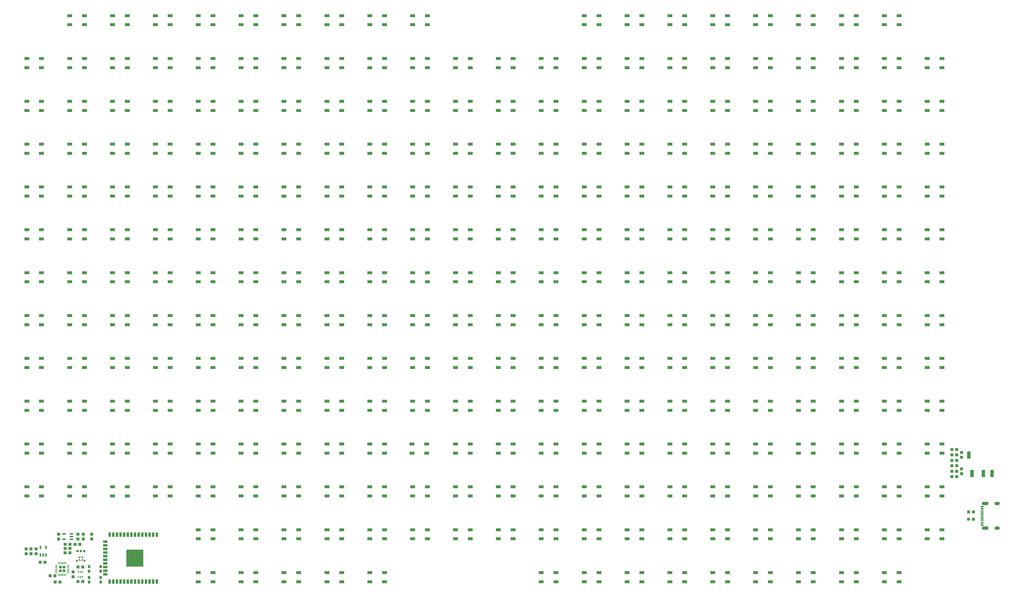
<source format=gtp>
G04 EAGLE Gerber RS-274X export*
G75*
%MOMM*%
%FSLAX34Y34*%
%LPD*%
%INSolderpaste Top*%
%IPPOS*%
%AMOC8*
5,1,8,0,0,1.08239X$1,22.5*%
G01*
%ADD10R,1.000000X1.100000*%
%ADD11R,0.300000X0.660000*%
%ADD12R,1.100000X1.000000*%
%ADD13R,0.900000X1.000000*%
%ADD14R,0.900000X1.500000*%
%ADD15R,1.500000X0.900000*%
%ADD16R,6.000000X6.000000*%
%ADD17R,0.550000X1.200000*%
%ADD18R,1.016000X0.300000*%
%ADD19R,1.016000X0.600000*%
%ADD20R,1.016000X0.550000*%
%ADD21R,1.200000X2.500000*%
%ADD22C,0.030000*%
%ADD23C,0.700000*%
%ADD24C,0.900000*%
%ADD25R,1.200000X0.550000*%
%ADD26R,1.651000X1.000000*%

G36*
X3466305Y327154D02*
X3466305Y327154D01*
X3466308Y327151D01*
X3467575Y327356D01*
X3467581Y327362D01*
X3467586Y327359D01*
X3468775Y327841D01*
X3468779Y327848D01*
X3468785Y327846D01*
X3469838Y328580D01*
X3469840Y328588D01*
X3469846Y328587D01*
X3470709Y329537D01*
X3470710Y329546D01*
X3470715Y329546D01*
X3471345Y330665D01*
X3471344Y330673D01*
X3471350Y330675D01*
X3471715Y331905D01*
X3471712Y331912D01*
X3471716Y331915D01*
X3471715Y331915D01*
X3471717Y331916D01*
X3471799Y333197D01*
X3471797Y333201D01*
X3471799Y333203D01*
X3471717Y334484D01*
X3471711Y334490D01*
X3471715Y334495D01*
X3471350Y335725D01*
X3471343Y335730D01*
X3471345Y335735D01*
X3470715Y336854D01*
X3470708Y336857D01*
X3470709Y336863D01*
X3469846Y337813D01*
X3469838Y337814D01*
X3469838Y337820D01*
X3468785Y338554D01*
X3468777Y338554D01*
X3468775Y338559D01*
X3467586Y339041D01*
X3467578Y339039D01*
X3467575Y339044D01*
X3466308Y339249D01*
X3466303Y339246D01*
X3466300Y339249D01*
X3454300Y339249D01*
X3454296Y339246D01*
X3454293Y339249D01*
X3453171Y339094D01*
X3453166Y339089D01*
X3453162Y339092D01*
X3452091Y338721D01*
X3452087Y338715D01*
X3452082Y338717D01*
X3451105Y338144D01*
X3451102Y338138D01*
X3451097Y338139D01*
X3450250Y337386D01*
X3450248Y337379D01*
X3450243Y337379D01*
X3449559Y336476D01*
X3449559Y336469D01*
X3449554Y336468D01*
X3449059Y335449D01*
X3449061Y335442D01*
X3449059Y335441D01*
X3449056Y335440D01*
X3448769Y334343D01*
X3448772Y334337D01*
X3448768Y334334D01*
X3448701Y333203D01*
X3448703Y333199D01*
X3448701Y333197D01*
X3448768Y332066D01*
X3448773Y332061D01*
X3448769Y332057D01*
X3449056Y330960D01*
X3449062Y330956D01*
X3449059Y330951D01*
X3449554Y329932D01*
X3449560Y329929D01*
X3449559Y329924D01*
X3450243Y329021D01*
X3450250Y329019D01*
X3450250Y329014D01*
X3451097Y328261D01*
X3451104Y328261D01*
X3451105Y328256D01*
X3452082Y327683D01*
X3452089Y327684D01*
X3452091Y327679D01*
X3453162Y327308D01*
X3453168Y327311D01*
X3453171Y327306D01*
X3454293Y327151D01*
X3454298Y327154D01*
X3454300Y327151D01*
X3466300Y327151D01*
X3466305Y327154D01*
G37*
G36*
X3466305Y240754D02*
X3466305Y240754D01*
X3466308Y240751D01*
X3467575Y240956D01*
X3467581Y240962D01*
X3467586Y240959D01*
X3468775Y241441D01*
X3468779Y241448D01*
X3468785Y241446D01*
X3469838Y242180D01*
X3469840Y242188D01*
X3469846Y242187D01*
X3470709Y243137D01*
X3470710Y243146D01*
X3470715Y243146D01*
X3471345Y244265D01*
X3471344Y244273D01*
X3471350Y244275D01*
X3471715Y245505D01*
X3471712Y245512D01*
X3471716Y245515D01*
X3471715Y245515D01*
X3471717Y245516D01*
X3471799Y246797D01*
X3471797Y246801D01*
X3471799Y246803D01*
X3471717Y248084D01*
X3471711Y248090D01*
X3471715Y248095D01*
X3471350Y249325D01*
X3471343Y249330D01*
X3471345Y249335D01*
X3470715Y250454D01*
X3470708Y250457D01*
X3470709Y250463D01*
X3469846Y251413D01*
X3469838Y251414D01*
X3469838Y251420D01*
X3468785Y252154D01*
X3468777Y252154D01*
X3468775Y252159D01*
X3467586Y252641D01*
X3467578Y252639D01*
X3467575Y252644D01*
X3466308Y252849D01*
X3466303Y252846D01*
X3466300Y252849D01*
X3454300Y252849D01*
X3454296Y252846D01*
X3454293Y252849D01*
X3453171Y252694D01*
X3453166Y252689D01*
X3453162Y252692D01*
X3452091Y252321D01*
X3452087Y252315D01*
X3452082Y252317D01*
X3451105Y251744D01*
X3451102Y251738D01*
X3451097Y251739D01*
X3450250Y250986D01*
X3450248Y250979D01*
X3450243Y250979D01*
X3449559Y250076D01*
X3449559Y250069D01*
X3449554Y250068D01*
X3449059Y249049D01*
X3449061Y249042D01*
X3449059Y249041D01*
X3449056Y249040D01*
X3448769Y247943D01*
X3448772Y247937D01*
X3448768Y247934D01*
X3448701Y246803D01*
X3448703Y246799D01*
X3448701Y246797D01*
X3448768Y245666D01*
X3448773Y245661D01*
X3448769Y245657D01*
X3449056Y244560D01*
X3449062Y244556D01*
X3449059Y244551D01*
X3449554Y243532D01*
X3449560Y243529D01*
X3449559Y243524D01*
X3450243Y242621D01*
X3450250Y242619D01*
X3450250Y242614D01*
X3451097Y241861D01*
X3451104Y241861D01*
X3451105Y241856D01*
X3452082Y241283D01*
X3452089Y241284D01*
X3452091Y241279D01*
X3453162Y240908D01*
X3453168Y240911D01*
X3453171Y240906D01*
X3454293Y240751D01*
X3454298Y240754D01*
X3454300Y240751D01*
X3466300Y240751D01*
X3466305Y240754D01*
G37*
G36*
X3505104Y327153D02*
X3505104Y327153D01*
X3505106Y327151D01*
X3506435Y327306D01*
X3506441Y327312D01*
X3506445Y327309D01*
X3507706Y327756D01*
X3507711Y327763D01*
X3507716Y327761D01*
X3508846Y328478D01*
X3508849Y328485D01*
X3508855Y328484D01*
X3509797Y329435D01*
X3509798Y329443D01*
X3509804Y329443D01*
X3510511Y330579D01*
X3510511Y330584D01*
X3510512Y330585D01*
X3510511Y330587D01*
X3510516Y330589D01*
X3510952Y331854D01*
X3510950Y331862D01*
X3510955Y331865D01*
X3511099Y333195D01*
X3511095Y333201D01*
X3511099Y333205D01*
X3510989Y334371D01*
X3510984Y334376D01*
X3510987Y334380D01*
X3510652Y335503D01*
X3510646Y335507D01*
X3510648Y335511D01*
X3510100Y336547D01*
X3510094Y336550D01*
X3510095Y336555D01*
X3509356Y337463D01*
X3509349Y337465D01*
X3509349Y337470D01*
X3508447Y338217D01*
X3508440Y338217D01*
X3508439Y338223D01*
X3507408Y338779D01*
X3507401Y338778D01*
X3507399Y338783D01*
X3506280Y339127D01*
X3506273Y339125D01*
X3506270Y339129D01*
X3505105Y339249D01*
X3505102Y339247D01*
X3505100Y339249D01*
X3499100Y339249D01*
X3499097Y339247D01*
X3499095Y339249D01*
X3497919Y339138D01*
X3497914Y339133D01*
X3497910Y339136D01*
X3496778Y338798D01*
X3496774Y338792D01*
X3496769Y338794D01*
X3495725Y338242D01*
X3495722Y338235D01*
X3495717Y338237D01*
X3494801Y337491D01*
X3494800Y337484D01*
X3494794Y337484D01*
X3494041Y336575D01*
X3494041Y336567D01*
X3494036Y336567D01*
X3493475Y335527D01*
X3493476Y335520D01*
X3493471Y335518D01*
X3493124Y334389D01*
X3493126Y334383D01*
X3493122Y334380D01*
X3493001Y333205D01*
X3493005Y333198D01*
X3493001Y333194D01*
X3493158Y331854D01*
X3493163Y331848D01*
X3493160Y331843D01*
X3493611Y330572D01*
X3493618Y330567D01*
X3493616Y330562D01*
X3494338Y329423D01*
X3494346Y329420D01*
X3494345Y329414D01*
X3495303Y328464D01*
X3495311Y328463D01*
X3495312Y328457D01*
X3496457Y327744D01*
X3496466Y327745D01*
X3496467Y327739D01*
X3497743Y327299D01*
X3497750Y327301D01*
X3497752Y327299D01*
X3497753Y327297D01*
X3499095Y327151D01*
X3499098Y327153D01*
X3499100Y327151D01*
X3505100Y327151D01*
X3505104Y327153D01*
G37*
G36*
X3505104Y240753D02*
X3505104Y240753D01*
X3505106Y240751D01*
X3506435Y240906D01*
X3506441Y240912D01*
X3506445Y240909D01*
X3507706Y241356D01*
X3507711Y241363D01*
X3507716Y241361D01*
X3508846Y242078D01*
X3508849Y242085D01*
X3508855Y242084D01*
X3509797Y243035D01*
X3509798Y243043D01*
X3509804Y243043D01*
X3510511Y244179D01*
X3510511Y244184D01*
X3510512Y244185D01*
X3510511Y244187D01*
X3510516Y244189D01*
X3510952Y245454D01*
X3510950Y245462D01*
X3510955Y245465D01*
X3511099Y246795D01*
X3511095Y246801D01*
X3511099Y246805D01*
X3510989Y247971D01*
X3510984Y247976D01*
X3510987Y247980D01*
X3510652Y249103D01*
X3510646Y249107D01*
X3510648Y249111D01*
X3510100Y250147D01*
X3510094Y250150D01*
X3510095Y250155D01*
X3509356Y251063D01*
X3509349Y251065D01*
X3509349Y251070D01*
X3508447Y251817D01*
X3508440Y251817D01*
X3508439Y251823D01*
X3507408Y252379D01*
X3507401Y252378D01*
X3507399Y252383D01*
X3506280Y252727D01*
X3506273Y252725D01*
X3506270Y252729D01*
X3505105Y252849D01*
X3505102Y252847D01*
X3505100Y252849D01*
X3499100Y252849D01*
X3499097Y252847D01*
X3499095Y252849D01*
X3497919Y252738D01*
X3497914Y252733D01*
X3497910Y252736D01*
X3496778Y252398D01*
X3496774Y252392D01*
X3496769Y252394D01*
X3495725Y251842D01*
X3495722Y251835D01*
X3495717Y251837D01*
X3494801Y251091D01*
X3494800Y251084D01*
X3494794Y251084D01*
X3494041Y250175D01*
X3494041Y250167D01*
X3494036Y250167D01*
X3493475Y249127D01*
X3493476Y249120D01*
X3493471Y249118D01*
X3493124Y247989D01*
X3493126Y247983D01*
X3493122Y247980D01*
X3493001Y246805D01*
X3493005Y246798D01*
X3493001Y246794D01*
X3493158Y245454D01*
X3493163Y245448D01*
X3493160Y245443D01*
X3493611Y244172D01*
X3493618Y244167D01*
X3493616Y244162D01*
X3494338Y243023D01*
X3494346Y243020D01*
X3494345Y243014D01*
X3495303Y242064D01*
X3495311Y242063D01*
X3495312Y242057D01*
X3496457Y241344D01*
X3496466Y241345D01*
X3496467Y241339D01*
X3497743Y240899D01*
X3497750Y240901D01*
X3497752Y240899D01*
X3497753Y240897D01*
X3499095Y240751D01*
X3499098Y240753D01*
X3499100Y240751D01*
X3505100Y240751D01*
X3505104Y240753D01*
G37*
G36*
X228865Y105377D02*
X228865Y105377D01*
X228931Y105379D01*
X228974Y105397D01*
X229021Y105405D01*
X229078Y105439D01*
X229138Y105464D01*
X229173Y105495D01*
X229214Y105520D01*
X229256Y105571D01*
X229304Y105615D01*
X229326Y105657D01*
X229355Y105694D01*
X229376Y105756D01*
X229407Y105815D01*
X229415Y105869D01*
X229427Y105906D01*
X229426Y105946D01*
X229434Y106000D01*
X229434Y113500D01*
X229423Y113565D01*
X229421Y113631D01*
X229403Y113674D01*
X229395Y113721D01*
X229361Y113778D01*
X229336Y113838D01*
X229305Y113873D01*
X229280Y113914D01*
X229229Y113956D01*
X229185Y114004D01*
X229143Y114026D01*
X229106Y114055D01*
X229044Y114076D01*
X228985Y114107D01*
X228931Y114115D01*
X228894Y114127D01*
X228854Y114126D01*
X228800Y114134D01*
X221300Y114134D01*
X221235Y114123D01*
X221169Y114121D01*
X221126Y114103D01*
X221079Y114095D01*
X221022Y114061D01*
X220962Y114036D01*
X220927Y114005D01*
X220886Y113980D01*
X220845Y113929D01*
X220796Y113885D01*
X220774Y113843D01*
X220745Y113806D01*
X220724Y113744D01*
X220693Y113685D01*
X220685Y113631D01*
X220673Y113594D01*
X220674Y113554D01*
X220666Y113500D01*
X220666Y106000D01*
X220677Y105935D01*
X220679Y105869D01*
X220697Y105826D01*
X220705Y105779D01*
X220739Y105722D01*
X220764Y105662D01*
X220795Y105627D01*
X220820Y105586D01*
X220871Y105545D01*
X220915Y105496D01*
X220957Y105474D01*
X220994Y105445D01*
X221056Y105424D01*
X221115Y105393D01*
X221169Y105385D01*
X221206Y105373D01*
X221246Y105374D01*
X221300Y105366D01*
X228800Y105366D01*
X228865Y105377D01*
G37*
G36*
X241365Y105377D02*
X241365Y105377D01*
X241431Y105379D01*
X241474Y105397D01*
X241521Y105405D01*
X241578Y105439D01*
X241638Y105464D01*
X241673Y105495D01*
X241714Y105520D01*
X241756Y105571D01*
X241804Y105615D01*
X241826Y105657D01*
X241855Y105694D01*
X241876Y105756D01*
X241907Y105815D01*
X241915Y105869D01*
X241927Y105906D01*
X241926Y105946D01*
X241934Y106000D01*
X241934Y113500D01*
X241923Y113565D01*
X241921Y113631D01*
X241903Y113674D01*
X241895Y113721D01*
X241861Y113778D01*
X241836Y113838D01*
X241805Y113873D01*
X241780Y113914D01*
X241729Y113956D01*
X241685Y114004D01*
X241643Y114026D01*
X241606Y114055D01*
X241544Y114076D01*
X241485Y114107D01*
X241431Y114115D01*
X241394Y114127D01*
X241354Y114126D01*
X241300Y114134D01*
X233800Y114134D01*
X233735Y114123D01*
X233669Y114121D01*
X233626Y114103D01*
X233579Y114095D01*
X233522Y114061D01*
X233462Y114036D01*
X233427Y114005D01*
X233386Y113980D01*
X233345Y113929D01*
X233296Y113885D01*
X233274Y113843D01*
X233245Y113806D01*
X233224Y113744D01*
X233193Y113685D01*
X233185Y113631D01*
X233173Y113594D01*
X233174Y113554D01*
X233166Y113500D01*
X233166Y106000D01*
X233177Y105935D01*
X233179Y105869D01*
X233197Y105826D01*
X233205Y105779D01*
X233239Y105722D01*
X233264Y105662D01*
X233295Y105627D01*
X233320Y105586D01*
X233371Y105545D01*
X233415Y105496D01*
X233457Y105474D01*
X233494Y105445D01*
X233556Y105424D01*
X233615Y105393D01*
X233669Y105385D01*
X233706Y105373D01*
X233746Y105374D01*
X233800Y105366D01*
X241300Y105366D01*
X241365Y105377D01*
G37*
G36*
X241365Y92877D02*
X241365Y92877D01*
X241431Y92879D01*
X241474Y92897D01*
X241521Y92905D01*
X241578Y92939D01*
X241638Y92964D01*
X241673Y92995D01*
X241714Y93020D01*
X241756Y93071D01*
X241804Y93115D01*
X241826Y93157D01*
X241855Y93194D01*
X241876Y93256D01*
X241907Y93315D01*
X241915Y93369D01*
X241927Y93406D01*
X241926Y93446D01*
X241934Y93500D01*
X241934Y101000D01*
X241923Y101065D01*
X241921Y101131D01*
X241903Y101174D01*
X241895Y101221D01*
X241861Y101278D01*
X241836Y101338D01*
X241805Y101373D01*
X241780Y101414D01*
X241729Y101456D01*
X241685Y101504D01*
X241643Y101526D01*
X241606Y101555D01*
X241544Y101576D01*
X241485Y101607D01*
X241431Y101615D01*
X241394Y101627D01*
X241354Y101626D01*
X241300Y101634D01*
X233800Y101634D01*
X233735Y101623D01*
X233669Y101621D01*
X233626Y101603D01*
X233579Y101595D01*
X233522Y101561D01*
X233462Y101536D01*
X233427Y101505D01*
X233386Y101480D01*
X233345Y101429D01*
X233296Y101385D01*
X233274Y101343D01*
X233245Y101306D01*
X233224Y101244D01*
X233193Y101185D01*
X233185Y101131D01*
X233173Y101094D01*
X233174Y101054D01*
X233166Y101000D01*
X233166Y93500D01*
X233177Y93435D01*
X233179Y93369D01*
X233197Y93326D01*
X233205Y93279D01*
X233239Y93222D01*
X233264Y93162D01*
X233295Y93127D01*
X233320Y93086D01*
X233371Y93045D01*
X233415Y92996D01*
X233457Y92974D01*
X233494Y92945D01*
X233556Y92924D01*
X233615Y92893D01*
X233669Y92885D01*
X233706Y92873D01*
X233746Y92874D01*
X233800Y92866D01*
X241300Y92866D01*
X241365Y92877D01*
G37*
G36*
X228865Y92877D02*
X228865Y92877D01*
X228931Y92879D01*
X228974Y92897D01*
X229021Y92905D01*
X229078Y92939D01*
X229138Y92964D01*
X229173Y92995D01*
X229214Y93020D01*
X229256Y93071D01*
X229304Y93115D01*
X229326Y93157D01*
X229355Y93194D01*
X229376Y93256D01*
X229407Y93315D01*
X229415Y93369D01*
X229427Y93406D01*
X229426Y93446D01*
X229434Y93500D01*
X229434Y101000D01*
X229423Y101065D01*
X229421Y101131D01*
X229403Y101174D01*
X229395Y101221D01*
X229361Y101278D01*
X229336Y101338D01*
X229305Y101373D01*
X229280Y101414D01*
X229229Y101456D01*
X229185Y101504D01*
X229143Y101526D01*
X229106Y101555D01*
X229044Y101576D01*
X228985Y101607D01*
X228931Y101615D01*
X228894Y101627D01*
X228854Y101626D01*
X228800Y101634D01*
X221300Y101634D01*
X221235Y101623D01*
X221169Y101621D01*
X221126Y101603D01*
X221079Y101595D01*
X221022Y101561D01*
X220962Y101536D01*
X220927Y101505D01*
X220886Y101480D01*
X220845Y101429D01*
X220796Y101385D01*
X220774Y101343D01*
X220745Y101306D01*
X220724Y101244D01*
X220693Y101185D01*
X220685Y101131D01*
X220673Y101094D01*
X220674Y101054D01*
X220666Y101000D01*
X220666Y93500D01*
X220677Y93435D01*
X220679Y93369D01*
X220697Y93326D01*
X220705Y93279D01*
X220739Y93222D01*
X220764Y93162D01*
X220795Y93127D01*
X220820Y93086D01*
X220871Y93045D01*
X220915Y92996D01*
X220957Y92974D01*
X220994Y92945D01*
X221056Y92924D01*
X221115Y92893D01*
X221169Y92885D01*
X221206Y92873D01*
X221246Y92874D01*
X221300Y92866D01*
X228800Y92866D01*
X228865Y92877D01*
G37*
G36*
X240047Y120087D02*
X240047Y120087D01*
X240042Y120094D01*
X240049Y120100D01*
X240049Y127900D01*
X240013Y127947D01*
X240006Y127942D01*
X240000Y127949D01*
X237600Y127949D01*
X237553Y127913D01*
X237558Y127906D01*
X237551Y127900D01*
X237551Y120100D01*
X237587Y120053D01*
X237594Y120058D01*
X237600Y120051D01*
X240000Y120051D01*
X240047Y120087D01*
G37*
G36*
X225047Y120087D02*
X225047Y120087D01*
X225042Y120094D01*
X225049Y120100D01*
X225049Y127900D01*
X225013Y127947D01*
X225006Y127942D01*
X225000Y127949D01*
X222600Y127949D01*
X222553Y127913D01*
X222558Y127906D01*
X222551Y127900D01*
X222551Y120100D01*
X222587Y120053D01*
X222594Y120058D01*
X222600Y120051D01*
X225000Y120051D01*
X225047Y120087D01*
G37*
G36*
X245047Y120087D02*
X245047Y120087D01*
X245042Y120094D01*
X245049Y120100D01*
X245049Y127900D01*
X245013Y127947D01*
X245006Y127942D01*
X245000Y127949D01*
X242600Y127949D01*
X242553Y127913D01*
X242558Y127906D01*
X242551Y127900D01*
X242551Y120100D01*
X242587Y120053D01*
X242594Y120058D01*
X242600Y120051D01*
X245000Y120051D01*
X245047Y120087D01*
G37*
G36*
X235047Y120087D02*
X235047Y120087D01*
X235042Y120094D01*
X235049Y120100D01*
X235049Y127900D01*
X235013Y127947D01*
X235006Y127942D01*
X235000Y127949D01*
X232600Y127949D01*
X232553Y127913D01*
X232558Y127906D01*
X232551Y127900D01*
X232551Y120100D01*
X232587Y120053D01*
X232594Y120058D01*
X232600Y120051D01*
X235000Y120051D01*
X235047Y120087D01*
G37*
G36*
X230047Y120087D02*
X230047Y120087D01*
X230042Y120094D01*
X230049Y120100D01*
X230049Y127900D01*
X230013Y127947D01*
X230006Y127942D01*
X230000Y127949D01*
X227600Y127949D01*
X227553Y127913D01*
X227558Y127906D01*
X227551Y127900D01*
X227551Y120100D01*
X227587Y120053D01*
X227594Y120058D01*
X227600Y120051D01*
X230000Y120051D01*
X230047Y120087D01*
G37*
G36*
X220047Y120087D02*
X220047Y120087D01*
X220042Y120094D01*
X220049Y120100D01*
X220049Y127900D01*
X220013Y127947D01*
X220006Y127942D01*
X220000Y127949D01*
X217600Y127949D01*
X217553Y127913D01*
X217558Y127906D01*
X217551Y127900D01*
X217551Y120100D01*
X217587Y120053D01*
X217594Y120058D01*
X217600Y120051D01*
X220000Y120051D01*
X220047Y120087D01*
G37*
G36*
X255747Y114787D02*
X255747Y114787D01*
X255742Y114794D01*
X255749Y114800D01*
X255749Y117200D01*
X255713Y117247D01*
X255706Y117242D01*
X255700Y117249D01*
X247900Y117249D01*
X247853Y117213D01*
X247858Y117206D01*
X247851Y117200D01*
X247851Y114800D01*
X247887Y114753D01*
X247894Y114758D01*
X247900Y114751D01*
X255700Y114751D01*
X255747Y114787D01*
G37*
G36*
X214747Y114787D02*
X214747Y114787D01*
X214742Y114794D01*
X214749Y114800D01*
X214749Y117200D01*
X214713Y117247D01*
X214706Y117242D01*
X214700Y117249D01*
X206900Y117249D01*
X206853Y117213D01*
X206858Y117206D01*
X206851Y117200D01*
X206851Y114800D01*
X206887Y114753D01*
X206894Y114758D01*
X206900Y114751D01*
X214700Y114751D01*
X214747Y114787D01*
G37*
G36*
X255747Y109787D02*
X255747Y109787D01*
X255742Y109794D01*
X255749Y109800D01*
X255749Y112200D01*
X255713Y112247D01*
X255706Y112242D01*
X255700Y112249D01*
X247900Y112249D01*
X247853Y112213D01*
X247858Y112206D01*
X247851Y112200D01*
X247851Y109800D01*
X247887Y109753D01*
X247894Y109758D01*
X247900Y109751D01*
X255700Y109751D01*
X255747Y109787D01*
G37*
G36*
X214747Y109787D02*
X214747Y109787D01*
X214742Y109794D01*
X214749Y109800D01*
X214749Y112200D01*
X214713Y112247D01*
X214706Y112242D01*
X214700Y112249D01*
X206900Y112249D01*
X206853Y112213D01*
X206858Y112206D01*
X206851Y112200D01*
X206851Y109800D01*
X206887Y109753D01*
X206894Y109758D01*
X206900Y109751D01*
X214700Y109751D01*
X214747Y109787D01*
G37*
G36*
X255747Y104787D02*
X255747Y104787D01*
X255742Y104794D01*
X255749Y104800D01*
X255749Y107200D01*
X255713Y107247D01*
X255706Y107242D01*
X255700Y107249D01*
X247900Y107249D01*
X247853Y107213D01*
X247858Y107206D01*
X247851Y107200D01*
X247851Y104800D01*
X247887Y104753D01*
X247894Y104758D01*
X247900Y104751D01*
X255700Y104751D01*
X255747Y104787D01*
G37*
G36*
X214747Y104787D02*
X214747Y104787D01*
X214742Y104794D01*
X214749Y104800D01*
X214749Y107200D01*
X214713Y107247D01*
X214706Y107242D01*
X214700Y107249D01*
X206900Y107249D01*
X206853Y107213D01*
X206858Y107206D01*
X206851Y107200D01*
X206851Y104800D01*
X206887Y104753D01*
X206894Y104758D01*
X206900Y104751D01*
X214700Y104751D01*
X214747Y104787D01*
G37*
G36*
X214747Y99787D02*
X214747Y99787D01*
X214742Y99794D01*
X214749Y99800D01*
X214749Y102200D01*
X214713Y102247D01*
X214706Y102242D01*
X214700Y102249D01*
X206900Y102249D01*
X206853Y102213D01*
X206858Y102206D01*
X206851Y102200D01*
X206851Y99800D01*
X206887Y99753D01*
X206894Y99758D01*
X206900Y99751D01*
X214700Y99751D01*
X214747Y99787D01*
G37*
G36*
X255747Y99787D02*
X255747Y99787D01*
X255742Y99794D01*
X255749Y99800D01*
X255749Y102200D01*
X255713Y102247D01*
X255706Y102242D01*
X255700Y102249D01*
X247900Y102249D01*
X247853Y102213D01*
X247858Y102206D01*
X247851Y102200D01*
X247851Y99800D01*
X247887Y99753D01*
X247894Y99758D01*
X247900Y99751D01*
X255700Y99751D01*
X255747Y99787D01*
G37*
G36*
X255747Y94787D02*
X255747Y94787D01*
X255742Y94794D01*
X255749Y94800D01*
X255749Y97200D01*
X255713Y97247D01*
X255706Y97242D01*
X255700Y97249D01*
X247900Y97249D01*
X247853Y97213D01*
X247858Y97206D01*
X247851Y97200D01*
X247851Y94800D01*
X247887Y94753D01*
X247894Y94758D01*
X247900Y94751D01*
X255700Y94751D01*
X255747Y94787D01*
G37*
G36*
X214747Y94787D02*
X214747Y94787D01*
X214742Y94794D01*
X214749Y94800D01*
X214749Y97200D01*
X214713Y97247D01*
X214706Y97242D01*
X214700Y97249D01*
X206900Y97249D01*
X206853Y97213D01*
X206858Y97206D01*
X206851Y97200D01*
X206851Y94800D01*
X206887Y94753D01*
X206894Y94758D01*
X206900Y94751D01*
X214700Y94751D01*
X214747Y94787D01*
G37*
G36*
X255747Y89787D02*
X255747Y89787D01*
X255742Y89794D01*
X255749Y89800D01*
X255749Y92200D01*
X255713Y92247D01*
X255706Y92242D01*
X255700Y92249D01*
X247900Y92249D01*
X247853Y92213D01*
X247858Y92206D01*
X247851Y92200D01*
X247851Y89800D01*
X247887Y89753D01*
X247894Y89758D01*
X247900Y89751D01*
X255700Y89751D01*
X255747Y89787D01*
G37*
G36*
X214747Y89787D02*
X214747Y89787D01*
X214742Y89794D01*
X214749Y89800D01*
X214749Y92200D01*
X214713Y92247D01*
X214706Y92242D01*
X214700Y92249D01*
X206900Y92249D01*
X206853Y92213D01*
X206858Y92206D01*
X206851Y92200D01*
X206851Y89800D01*
X206887Y89753D01*
X206894Y89758D01*
X206900Y89751D01*
X214700Y89751D01*
X214747Y89787D01*
G37*
G36*
X230047Y79087D02*
X230047Y79087D01*
X230042Y79094D01*
X230049Y79100D01*
X230049Y86900D01*
X230013Y86947D01*
X230006Y86942D01*
X230000Y86949D01*
X227600Y86949D01*
X227553Y86913D01*
X227558Y86906D01*
X227551Y86900D01*
X227551Y79100D01*
X227587Y79053D01*
X227594Y79058D01*
X227600Y79051D01*
X230000Y79051D01*
X230047Y79087D01*
G37*
G36*
X240047Y79087D02*
X240047Y79087D01*
X240042Y79094D01*
X240049Y79100D01*
X240049Y86900D01*
X240013Y86947D01*
X240006Y86942D01*
X240000Y86949D01*
X237600Y86949D01*
X237553Y86913D01*
X237558Y86906D01*
X237551Y86900D01*
X237551Y79100D01*
X237587Y79053D01*
X237594Y79058D01*
X237600Y79051D01*
X240000Y79051D01*
X240047Y79087D01*
G37*
G36*
X220047Y79087D02*
X220047Y79087D01*
X220042Y79094D01*
X220049Y79100D01*
X220049Y86900D01*
X220013Y86947D01*
X220006Y86942D01*
X220000Y86949D01*
X217600Y86949D01*
X217553Y86913D01*
X217558Y86906D01*
X217551Y86900D01*
X217551Y79100D01*
X217587Y79053D01*
X217594Y79058D01*
X217600Y79051D01*
X220000Y79051D01*
X220047Y79087D01*
G37*
G36*
X235047Y79087D02*
X235047Y79087D01*
X235042Y79094D01*
X235049Y79100D01*
X235049Y86900D01*
X235013Y86947D01*
X235006Y86942D01*
X235000Y86949D01*
X232600Y86949D01*
X232553Y86913D01*
X232558Y86906D01*
X232551Y86900D01*
X232551Y79100D01*
X232587Y79053D01*
X232594Y79058D01*
X232600Y79051D01*
X235000Y79051D01*
X235047Y79087D01*
G37*
G36*
X225047Y79087D02*
X225047Y79087D01*
X225042Y79094D01*
X225049Y79100D01*
X225049Y86900D01*
X225013Y86947D01*
X225006Y86942D01*
X225000Y86949D01*
X222600Y86949D01*
X222553Y86913D01*
X222558Y86906D01*
X222551Y86900D01*
X222551Y79100D01*
X222587Y79053D01*
X222594Y79058D01*
X222600Y79051D01*
X225000Y79051D01*
X225047Y79087D01*
G37*
G36*
X245047Y79087D02*
X245047Y79087D01*
X245042Y79094D01*
X245049Y79100D01*
X245049Y86900D01*
X245013Y86947D01*
X245006Y86942D01*
X245000Y86949D01*
X242600Y86949D01*
X242553Y86913D01*
X242558Y86906D01*
X242551Y86900D01*
X242551Y79100D01*
X242587Y79053D01*
X242594Y79058D01*
X242600Y79051D01*
X245000Y79051D01*
X245047Y79087D01*
G37*
D10*
X140000Y173500D03*
X140000Y156500D03*
D11*
X288300Y75250D03*
X294800Y93650D03*
X301300Y93650D03*
X288300Y93650D03*
X294800Y75250D03*
X301300Y75250D03*
D12*
X206600Y57900D03*
X223600Y57900D03*
X286300Y59050D03*
X303300Y59050D03*
X286300Y109850D03*
X303300Y109850D03*
D10*
X269400Y92950D03*
X269400Y75950D03*
D13*
X325100Y95500D03*
X325100Y111500D03*
X366100Y111500D03*
X366100Y95500D03*
X366100Y73400D03*
X366100Y57400D03*
X325100Y57400D03*
X325100Y73400D03*
D14*
X562300Y223980D03*
X549600Y223980D03*
X536900Y223980D03*
X524200Y223980D03*
X511500Y223980D03*
X498800Y223980D03*
X486100Y223980D03*
X473400Y223980D03*
X460700Y223980D03*
X448000Y223980D03*
X435300Y223980D03*
X422600Y223980D03*
X409900Y223980D03*
X397200Y223980D03*
D15*
X382300Y198750D03*
X382300Y186050D03*
X382300Y173350D03*
X382300Y160650D03*
X382300Y147950D03*
X382300Y135250D03*
X382300Y122550D03*
X382300Y109850D03*
X382300Y97150D03*
X382300Y84450D03*
D14*
X397200Y59220D03*
X409900Y59220D03*
X422600Y59220D03*
X435300Y59220D03*
X448000Y59220D03*
X460700Y59220D03*
X473400Y59220D03*
X486100Y59220D03*
X498800Y59220D03*
X511500Y59220D03*
X524200Y59220D03*
X536900Y59220D03*
X549600Y59220D03*
X562300Y59220D03*
D16*
X485300Y141600D03*
D17*
X155200Y152799D03*
X164700Y152799D03*
X174200Y152799D03*
X174200Y178801D03*
X155200Y178801D03*
D18*
X3449560Y297500D03*
X3449560Y292500D03*
D19*
X3449560Y322250D03*
D20*
X3449560Y314500D03*
D18*
X3449560Y307500D03*
X3449560Y302500D03*
X3449560Y282500D03*
X3449560Y287500D03*
D19*
X3449560Y257750D03*
D20*
X3449560Y265500D03*
D18*
X3449560Y272500D03*
X3449560Y277500D03*
D12*
X3402400Y303400D03*
X3419400Y303400D03*
X3402400Y278000D03*
X3419400Y278000D03*
D21*
X3414100Y437500D03*
X3403100Y502500D03*
X3454100Y437500D03*
X3484100Y437500D03*
D22*
X293917Y148047D02*
X294697Y145462D01*
X294553Y145413D01*
X294411Y145360D01*
X294270Y145303D01*
X294131Y145243D01*
X293993Y145179D01*
X293857Y145112D01*
X293722Y145042D01*
X293590Y144968D01*
X293459Y144890D01*
X293331Y144809D01*
X293204Y144725D01*
X293080Y144638D01*
X292958Y144548D01*
X292838Y144454D01*
X292721Y144358D01*
X292606Y144259D01*
X292494Y144156D01*
X292385Y144051D01*
X292278Y143943D01*
X292174Y143833D01*
X292073Y143719D01*
X291974Y143604D01*
X291879Y143485D01*
X291787Y143365D01*
X291698Y143242D01*
X291612Y143117D01*
X291529Y142989D01*
X291450Y142860D01*
X291374Y142729D01*
X291301Y142595D01*
X291232Y142460D01*
X291166Y142323D01*
X291103Y142185D01*
X291045Y142045D01*
X290989Y141904D01*
X290938Y141761D01*
X290890Y141617D01*
X288297Y142370D01*
X288361Y142568D01*
X288429Y142764D01*
X288502Y142958D01*
X288580Y143151D01*
X288662Y143341D01*
X288749Y143530D01*
X288841Y143716D01*
X288937Y143900D01*
X289037Y144082D01*
X289142Y144261D01*
X289251Y144438D01*
X289364Y144612D01*
X289481Y144783D01*
X289602Y144952D01*
X289728Y145117D01*
X289857Y145280D01*
X289990Y145439D01*
X290127Y145595D01*
X290268Y145748D01*
X290412Y145897D01*
X290560Y146043D01*
X290711Y146185D01*
X290866Y146323D01*
X291024Y146458D01*
X291185Y146589D01*
X291349Y146716D01*
X291516Y146839D01*
X291686Y146958D01*
X291859Y147073D01*
X292035Y147184D01*
X292213Y147290D01*
X292394Y147392D01*
X292577Y147490D01*
X292762Y147583D01*
X292950Y147672D01*
X293140Y147757D01*
X293331Y147836D01*
X293525Y147912D01*
X293720Y147982D01*
X293917Y148048D01*
X293999Y147776D01*
X293809Y147712D01*
X293620Y147644D01*
X293433Y147571D01*
X293248Y147494D01*
X293065Y147413D01*
X292884Y147327D01*
X292705Y147237D01*
X292528Y147142D01*
X292353Y147043D01*
X292181Y146940D01*
X292012Y146833D01*
X291845Y146722D01*
X291680Y146607D01*
X291519Y146489D01*
X291360Y146366D01*
X291205Y146239D01*
X291052Y146109D01*
X290903Y145975D01*
X290757Y145838D01*
X290614Y145697D01*
X290474Y145553D01*
X290339Y145405D01*
X290206Y145255D01*
X290078Y145101D01*
X289953Y144944D01*
X289832Y144784D01*
X289714Y144622D01*
X289601Y144456D01*
X289492Y144288D01*
X289387Y144117D01*
X289285Y143944D01*
X289188Y143769D01*
X289096Y143591D01*
X289007Y143411D01*
X288923Y143229D01*
X288844Y143045D01*
X288768Y142859D01*
X288698Y142671D01*
X288631Y142482D01*
X288570Y142291D01*
X288842Y142212D01*
X288902Y142396D01*
X288966Y142578D01*
X289034Y142759D01*
X289107Y142939D01*
X289184Y143116D01*
X289265Y143292D01*
X289351Y143465D01*
X289440Y143637D01*
X289534Y143806D01*
X289631Y143973D01*
X289733Y144138D01*
X289838Y144300D01*
X289948Y144460D01*
X290061Y144617D01*
X290178Y144771D01*
X290298Y144922D01*
X290422Y145071D01*
X290550Y145216D01*
X290681Y145358D01*
X290816Y145497D01*
X290953Y145633D01*
X291094Y145766D01*
X291238Y145895D01*
X291386Y146020D01*
X291536Y146143D01*
X291689Y146261D01*
X291844Y146376D01*
X292003Y146487D01*
X292164Y146594D01*
X292328Y146697D01*
X292494Y146796D01*
X292662Y146892D01*
X292833Y146983D01*
X293005Y147070D01*
X293180Y147153D01*
X293357Y147232D01*
X293535Y147306D01*
X293716Y147377D01*
X293898Y147442D01*
X294081Y147504D01*
X294163Y147232D01*
X293982Y147171D01*
X293802Y147106D01*
X293624Y147036D01*
X293448Y146962D01*
X293274Y146883D01*
X293101Y146801D01*
X292931Y146714D01*
X292763Y146623D01*
X292597Y146528D01*
X292433Y146429D01*
X292272Y146325D01*
X292114Y146218D01*
X291958Y146107D01*
X291805Y145993D01*
X291655Y145874D01*
X291508Y145752D01*
X291364Y145627D01*
X291223Y145498D01*
X291085Y145365D01*
X290951Y145229D01*
X290820Y145090D01*
X290692Y144948D01*
X290568Y144802D01*
X290447Y144654D01*
X290330Y144503D01*
X290217Y144349D01*
X290108Y144192D01*
X290002Y144032D01*
X289901Y143870D01*
X289803Y143706D01*
X289710Y143539D01*
X289621Y143370D01*
X289536Y143199D01*
X289455Y143026D01*
X289378Y142850D01*
X289306Y142673D01*
X289238Y142495D01*
X289174Y142314D01*
X289115Y142133D01*
X289388Y142053D01*
X289445Y142228D01*
X289506Y142402D01*
X289572Y142573D01*
X289641Y142744D01*
X289715Y142912D01*
X289793Y143079D01*
X289875Y143243D01*
X289961Y143406D01*
X290051Y143566D01*
X290145Y143725D01*
X290243Y143881D01*
X290344Y144034D01*
X290449Y144185D01*
X290558Y144333D01*
X290671Y144479D01*
X290787Y144621D01*
X290906Y144761D01*
X291029Y144898D01*
X291155Y145032D01*
X291284Y145163D01*
X291417Y145290D01*
X291553Y145414D01*
X291691Y145535D01*
X291833Y145653D01*
X291977Y145767D01*
X292124Y145877D01*
X292274Y145984D01*
X292427Y146087D01*
X292581Y146186D01*
X292739Y146282D01*
X292898Y146373D01*
X293060Y146461D01*
X293224Y146544D01*
X293390Y146624D01*
X293557Y146700D01*
X293727Y146771D01*
X293898Y146838D01*
X294071Y146901D01*
X294245Y146960D01*
X294327Y146688D01*
X294160Y146632D01*
X293994Y146571D01*
X293829Y146506D01*
X293667Y146437D01*
X293505Y146365D01*
X293346Y146288D01*
X293189Y146208D01*
X293034Y146124D01*
X292880Y146035D01*
X292729Y145944D01*
X292581Y145848D01*
X292434Y145749D01*
X292290Y145647D01*
X292149Y145541D01*
X292010Y145431D01*
X291874Y145318D01*
X291741Y145202D01*
X291611Y145083D01*
X291484Y144960D01*
X291359Y144835D01*
X291238Y144706D01*
X291120Y144575D01*
X291005Y144440D01*
X290894Y144303D01*
X290786Y144163D01*
X290681Y144021D01*
X290580Y143876D01*
X290483Y143729D01*
X290389Y143579D01*
X290299Y143427D01*
X290212Y143273D01*
X290129Y143117D01*
X290051Y142959D01*
X289976Y142799D01*
X289905Y142637D01*
X289837Y142474D01*
X289774Y142309D01*
X289715Y142142D01*
X289661Y141974D01*
X289933Y141895D01*
X289986Y142056D01*
X290043Y142215D01*
X290103Y142374D01*
X290168Y142530D01*
X290236Y142686D01*
X290308Y142839D01*
X290384Y142991D01*
X290463Y143140D01*
X290546Y143288D01*
X290633Y143434D01*
X290723Y143577D01*
X290816Y143718D01*
X290913Y143857D01*
X291014Y143994D01*
X291117Y144128D01*
X291224Y144259D01*
X291334Y144388D01*
X291448Y144514D01*
X291564Y144638D01*
X291683Y144758D01*
X291805Y144875D01*
X291930Y144990D01*
X292058Y145101D01*
X292188Y145210D01*
X292321Y145315D01*
X292457Y145416D01*
X292595Y145515D01*
X292735Y145610D01*
X292877Y145701D01*
X293022Y145789D01*
X293169Y145874D01*
X293318Y145955D01*
X293469Y146032D01*
X293621Y146106D01*
X293776Y146175D01*
X293932Y146241D01*
X294090Y146303D01*
X294249Y146362D01*
X294409Y146416D01*
X294491Y146144D01*
X294338Y146092D01*
X294185Y146036D01*
X294035Y145976D01*
X293885Y145913D01*
X293737Y145846D01*
X293591Y145776D01*
X293447Y145702D01*
X293304Y145624D01*
X293164Y145543D01*
X293025Y145459D01*
X292889Y145371D01*
X292755Y145280D01*
X292623Y145186D01*
X292493Y145089D01*
X292366Y144988D01*
X292241Y144884D01*
X292119Y144778D01*
X291999Y144668D01*
X291882Y144556D01*
X291768Y144440D01*
X291657Y144322D01*
X291548Y144202D01*
X291443Y144078D01*
X291341Y143953D01*
X291241Y143824D01*
X291145Y143694D01*
X291052Y143561D01*
X290963Y143425D01*
X290877Y143288D01*
X290794Y143149D01*
X290714Y143007D01*
X290638Y142864D01*
X290565Y142719D01*
X290496Y142572D01*
X290431Y142424D01*
X290369Y142274D01*
X290311Y142122D01*
X290257Y141970D01*
X290206Y141815D01*
X290479Y141736D01*
X290529Y141887D01*
X290582Y142037D01*
X290640Y142185D01*
X290701Y142332D01*
X290765Y142477D01*
X290834Y142621D01*
X290905Y142763D01*
X290981Y142903D01*
X291060Y143041D01*
X291142Y143177D01*
X291227Y143311D01*
X291316Y143443D01*
X291408Y143573D01*
X291504Y143700D01*
X291602Y143825D01*
X291704Y143947D01*
X291809Y144067D01*
X291916Y144184D01*
X292027Y144299D01*
X292140Y144410D01*
X292256Y144519D01*
X292375Y144625D01*
X292496Y144728D01*
X292620Y144827D01*
X292746Y144924D01*
X292875Y145018D01*
X293006Y145108D01*
X293139Y145195D01*
X293274Y145278D01*
X293412Y145359D01*
X293551Y145435D01*
X293692Y145509D01*
X293835Y145578D01*
X293980Y145644D01*
X294126Y145707D01*
X294274Y145766D01*
X294423Y145821D01*
X294573Y145872D01*
X294655Y145600D01*
X294512Y145551D01*
X294370Y145498D01*
X294229Y145442D01*
X294090Y145383D01*
X293952Y145319D01*
X293816Y145253D01*
X293681Y145183D01*
X293548Y145110D01*
X293417Y145033D01*
X293289Y144953D01*
X293162Y144870D01*
X293037Y144784D01*
X292914Y144695D01*
X292794Y144603D01*
X292676Y144508D01*
X292560Y144410D01*
X292447Y144309D01*
X292336Y144205D01*
X292228Y144099D01*
X292123Y143990D01*
X292021Y143878D01*
X291921Y143764D01*
X291824Y143647D01*
X291730Y143528D01*
X291639Y143407D01*
X291551Y143284D01*
X291466Y143158D01*
X291385Y143030D01*
X291306Y142900D01*
X291231Y142769D01*
X291159Y142635D01*
X291091Y142500D01*
X291025Y142363D01*
X290964Y142225D01*
X290905Y142085D01*
X290851Y141943D01*
X290799Y141801D01*
X290752Y141657D01*
X304347Y142383D02*
X301762Y141603D01*
X301713Y141747D01*
X301660Y141889D01*
X301603Y142030D01*
X301543Y142169D01*
X301479Y142307D01*
X301412Y142443D01*
X301342Y142578D01*
X301268Y142710D01*
X301190Y142841D01*
X301109Y142969D01*
X301025Y143096D01*
X300938Y143220D01*
X300848Y143342D01*
X300754Y143462D01*
X300658Y143579D01*
X300559Y143694D01*
X300456Y143806D01*
X300351Y143915D01*
X300243Y144022D01*
X300133Y144126D01*
X300019Y144227D01*
X299904Y144326D01*
X299785Y144421D01*
X299665Y144513D01*
X299542Y144602D01*
X299417Y144688D01*
X299289Y144771D01*
X299160Y144850D01*
X299029Y144926D01*
X298895Y144999D01*
X298760Y145068D01*
X298623Y145134D01*
X298485Y145197D01*
X298345Y145255D01*
X298204Y145311D01*
X298061Y145362D01*
X297917Y145410D01*
X298670Y148003D01*
X298868Y147939D01*
X299064Y147871D01*
X299258Y147798D01*
X299451Y147720D01*
X299641Y147638D01*
X299830Y147551D01*
X300016Y147459D01*
X300200Y147363D01*
X300382Y147263D01*
X300561Y147158D01*
X300738Y147049D01*
X300912Y146936D01*
X301083Y146819D01*
X301252Y146698D01*
X301417Y146572D01*
X301580Y146443D01*
X301739Y146310D01*
X301895Y146173D01*
X302048Y146032D01*
X302197Y145888D01*
X302343Y145740D01*
X302485Y145589D01*
X302623Y145434D01*
X302758Y145276D01*
X302889Y145115D01*
X303016Y144951D01*
X303139Y144784D01*
X303258Y144614D01*
X303373Y144441D01*
X303484Y144265D01*
X303590Y144087D01*
X303692Y143906D01*
X303790Y143723D01*
X303883Y143538D01*
X303972Y143350D01*
X304057Y143160D01*
X304136Y142969D01*
X304212Y142775D01*
X304282Y142580D01*
X304348Y142383D01*
X304076Y142301D01*
X304012Y142491D01*
X303944Y142680D01*
X303871Y142867D01*
X303794Y143052D01*
X303713Y143235D01*
X303627Y143416D01*
X303537Y143595D01*
X303442Y143772D01*
X303343Y143947D01*
X303240Y144119D01*
X303133Y144288D01*
X303022Y144455D01*
X302907Y144620D01*
X302789Y144781D01*
X302666Y144940D01*
X302539Y145095D01*
X302409Y145248D01*
X302275Y145397D01*
X302138Y145543D01*
X301997Y145686D01*
X301853Y145826D01*
X301705Y145961D01*
X301555Y146094D01*
X301401Y146222D01*
X301244Y146347D01*
X301084Y146468D01*
X300922Y146586D01*
X300756Y146699D01*
X300588Y146808D01*
X300417Y146913D01*
X300244Y147015D01*
X300069Y147112D01*
X299891Y147204D01*
X299711Y147293D01*
X299529Y147377D01*
X299345Y147456D01*
X299159Y147532D01*
X298971Y147602D01*
X298782Y147669D01*
X298591Y147730D01*
X298512Y147458D01*
X298696Y147398D01*
X298878Y147334D01*
X299059Y147266D01*
X299239Y147193D01*
X299416Y147116D01*
X299592Y147035D01*
X299765Y146949D01*
X299937Y146860D01*
X300106Y146766D01*
X300273Y146669D01*
X300438Y146567D01*
X300600Y146462D01*
X300760Y146352D01*
X300917Y146239D01*
X301071Y146122D01*
X301222Y146002D01*
X301371Y145878D01*
X301516Y145750D01*
X301658Y145619D01*
X301797Y145484D01*
X301933Y145347D01*
X302066Y145206D01*
X302195Y145062D01*
X302320Y144914D01*
X302443Y144764D01*
X302561Y144611D01*
X302676Y144456D01*
X302787Y144297D01*
X302894Y144136D01*
X302997Y143972D01*
X303096Y143806D01*
X303192Y143638D01*
X303283Y143467D01*
X303370Y143295D01*
X303453Y143120D01*
X303532Y142943D01*
X303606Y142765D01*
X303677Y142584D01*
X303742Y142402D01*
X303804Y142219D01*
X303532Y142137D01*
X303471Y142318D01*
X303406Y142498D01*
X303336Y142676D01*
X303262Y142852D01*
X303183Y143026D01*
X303101Y143199D01*
X303014Y143369D01*
X302923Y143537D01*
X302828Y143703D01*
X302729Y143867D01*
X302625Y144028D01*
X302518Y144186D01*
X302407Y144342D01*
X302293Y144495D01*
X302174Y144645D01*
X302052Y144792D01*
X301927Y144936D01*
X301798Y145077D01*
X301665Y145215D01*
X301529Y145349D01*
X301390Y145480D01*
X301248Y145608D01*
X301102Y145732D01*
X300954Y145853D01*
X300803Y145970D01*
X300649Y146083D01*
X300492Y146192D01*
X300332Y146298D01*
X300170Y146399D01*
X300006Y146497D01*
X299839Y146590D01*
X299670Y146679D01*
X299499Y146764D01*
X299326Y146845D01*
X299150Y146922D01*
X298973Y146994D01*
X298795Y147062D01*
X298614Y147126D01*
X298433Y147185D01*
X298353Y146912D01*
X298528Y146855D01*
X298702Y146794D01*
X298873Y146728D01*
X299044Y146659D01*
X299212Y146585D01*
X299379Y146507D01*
X299543Y146425D01*
X299706Y146339D01*
X299866Y146249D01*
X300025Y146155D01*
X300181Y146057D01*
X300334Y145956D01*
X300485Y145851D01*
X300633Y145742D01*
X300779Y145629D01*
X300921Y145513D01*
X301061Y145394D01*
X301198Y145271D01*
X301332Y145145D01*
X301463Y145016D01*
X301590Y144883D01*
X301714Y144747D01*
X301835Y144609D01*
X301953Y144467D01*
X302067Y144323D01*
X302177Y144176D01*
X302284Y144026D01*
X302387Y143873D01*
X302486Y143719D01*
X302582Y143561D01*
X302673Y143402D01*
X302761Y143240D01*
X302844Y143076D01*
X302924Y142910D01*
X303000Y142743D01*
X303071Y142573D01*
X303138Y142402D01*
X303201Y142229D01*
X303260Y142055D01*
X302988Y141973D01*
X302932Y142140D01*
X302871Y142306D01*
X302806Y142471D01*
X302737Y142633D01*
X302665Y142795D01*
X302588Y142954D01*
X302508Y143111D01*
X302424Y143266D01*
X302335Y143420D01*
X302244Y143571D01*
X302148Y143719D01*
X302049Y143866D01*
X301947Y144010D01*
X301841Y144151D01*
X301731Y144290D01*
X301618Y144426D01*
X301502Y144559D01*
X301383Y144689D01*
X301260Y144816D01*
X301135Y144941D01*
X301006Y145062D01*
X300875Y145180D01*
X300740Y145295D01*
X300603Y145406D01*
X300463Y145514D01*
X300321Y145619D01*
X300176Y145720D01*
X300029Y145817D01*
X299879Y145911D01*
X299727Y146001D01*
X299573Y146088D01*
X299417Y146171D01*
X299259Y146249D01*
X299099Y146324D01*
X298937Y146395D01*
X298774Y146463D01*
X298609Y146526D01*
X298442Y146585D01*
X298274Y146639D01*
X298195Y146367D01*
X298356Y146314D01*
X298515Y146257D01*
X298674Y146197D01*
X298830Y146132D01*
X298986Y146064D01*
X299139Y145992D01*
X299291Y145916D01*
X299440Y145837D01*
X299588Y145754D01*
X299734Y145667D01*
X299877Y145577D01*
X300018Y145484D01*
X300157Y145387D01*
X300294Y145286D01*
X300428Y145183D01*
X300559Y145076D01*
X300688Y144966D01*
X300814Y144852D01*
X300938Y144736D01*
X301058Y144617D01*
X301175Y144495D01*
X301290Y144370D01*
X301401Y144242D01*
X301510Y144112D01*
X301615Y143979D01*
X301716Y143843D01*
X301815Y143705D01*
X301910Y143565D01*
X302001Y143423D01*
X302089Y143278D01*
X302174Y143131D01*
X302255Y142982D01*
X302332Y142831D01*
X302406Y142679D01*
X302475Y142524D01*
X302541Y142368D01*
X302603Y142210D01*
X302662Y142051D01*
X302716Y141891D01*
X302444Y141809D01*
X302392Y141962D01*
X302336Y142115D01*
X302276Y142265D01*
X302213Y142415D01*
X302146Y142563D01*
X302076Y142709D01*
X302002Y142853D01*
X301924Y142996D01*
X301843Y143136D01*
X301759Y143275D01*
X301671Y143411D01*
X301580Y143545D01*
X301486Y143677D01*
X301389Y143807D01*
X301288Y143934D01*
X301184Y144059D01*
X301078Y144181D01*
X300968Y144301D01*
X300856Y144418D01*
X300740Y144532D01*
X300622Y144643D01*
X300502Y144752D01*
X300378Y144857D01*
X300253Y144959D01*
X300124Y145059D01*
X299994Y145155D01*
X299861Y145248D01*
X299725Y145337D01*
X299588Y145423D01*
X299449Y145506D01*
X299307Y145586D01*
X299164Y145662D01*
X299019Y145735D01*
X298872Y145804D01*
X298724Y145869D01*
X298574Y145931D01*
X298422Y145989D01*
X298270Y146043D01*
X298115Y146094D01*
X298036Y145821D01*
X298187Y145771D01*
X298337Y145718D01*
X298485Y145660D01*
X298632Y145599D01*
X298777Y145535D01*
X298921Y145466D01*
X299063Y145395D01*
X299203Y145319D01*
X299341Y145240D01*
X299477Y145158D01*
X299611Y145073D01*
X299743Y144984D01*
X299873Y144892D01*
X300000Y144796D01*
X300125Y144698D01*
X300247Y144596D01*
X300367Y144491D01*
X300484Y144384D01*
X300599Y144273D01*
X300710Y144160D01*
X300819Y144044D01*
X300925Y143925D01*
X301028Y143804D01*
X301127Y143680D01*
X301224Y143554D01*
X301318Y143425D01*
X301408Y143294D01*
X301495Y143161D01*
X301578Y143026D01*
X301659Y142888D01*
X301735Y142749D01*
X301809Y142608D01*
X301878Y142465D01*
X301944Y142320D01*
X302007Y142174D01*
X302066Y142026D01*
X302121Y141877D01*
X302172Y141727D01*
X301900Y141645D01*
X301851Y141788D01*
X301798Y141930D01*
X301742Y142071D01*
X301683Y142210D01*
X301619Y142348D01*
X301553Y142484D01*
X301483Y142619D01*
X301410Y142752D01*
X301333Y142883D01*
X301253Y143011D01*
X301170Y143138D01*
X301084Y143263D01*
X300995Y143386D01*
X300903Y143506D01*
X300808Y143624D01*
X300710Y143740D01*
X300609Y143853D01*
X300505Y143964D01*
X300399Y144072D01*
X300290Y144177D01*
X300178Y144279D01*
X300064Y144379D01*
X299947Y144476D01*
X299828Y144570D01*
X299707Y144661D01*
X299584Y144749D01*
X299458Y144834D01*
X299330Y144915D01*
X299200Y144994D01*
X299069Y145069D01*
X298935Y145141D01*
X298800Y145209D01*
X298663Y145275D01*
X298525Y145336D01*
X298385Y145395D01*
X298243Y145449D01*
X298101Y145501D01*
X297957Y145548D01*
X288253Y137617D02*
X290838Y138397D01*
X290887Y138253D01*
X290940Y138111D01*
X290997Y137970D01*
X291057Y137831D01*
X291121Y137693D01*
X291188Y137557D01*
X291258Y137422D01*
X291332Y137290D01*
X291410Y137159D01*
X291491Y137031D01*
X291575Y136904D01*
X291662Y136780D01*
X291752Y136658D01*
X291846Y136538D01*
X291942Y136421D01*
X292041Y136306D01*
X292144Y136194D01*
X292249Y136085D01*
X292357Y135978D01*
X292467Y135874D01*
X292581Y135773D01*
X292696Y135674D01*
X292815Y135579D01*
X292935Y135487D01*
X293058Y135398D01*
X293183Y135312D01*
X293311Y135229D01*
X293440Y135150D01*
X293571Y135074D01*
X293705Y135001D01*
X293840Y134932D01*
X293977Y134866D01*
X294115Y134803D01*
X294255Y134745D01*
X294396Y134689D01*
X294539Y134638D01*
X294683Y134590D01*
X293930Y131997D01*
X293732Y132061D01*
X293536Y132129D01*
X293342Y132202D01*
X293149Y132280D01*
X292959Y132362D01*
X292770Y132449D01*
X292584Y132541D01*
X292400Y132637D01*
X292218Y132737D01*
X292039Y132842D01*
X291862Y132951D01*
X291688Y133064D01*
X291517Y133181D01*
X291348Y133302D01*
X291183Y133428D01*
X291020Y133557D01*
X290861Y133690D01*
X290705Y133827D01*
X290552Y133968D01*
X290403Y134112D01*
X290257Y134260D01*
X290115Y134411D01*
X289977Y134566D01*
X289842Y134724D01*
X289711Y134885D01*
X289584Y135049D01*
X289461Y135216D01*
X289342Y135386D01*
X289227Y135559D01*
X289116Y135735D01*
X289010Y135913D01*
X288908Y136094D01*
X288810Y136277D01*
X288717Y136462D01*
X288628Y136650D01*
X288543Y136840D01*
X288464Y137031D01*
X288388Y137225D01*
X288318Y137420D01*
X288252Y137617D01*
X288524Y137699D01*
X288588Y137509D01*
X288656Y137320D01*
X288729Y137133D01*
X288806Y136948D01*
X288887Y136765D01*
X288973Y136584D01*
X289063Y136405D01*
X289158Y136228D01*
X289257Y136053D01*
X289360Y135881D01*
X289467Y135712D01*
X289578Y135545D01*
X289693Y135380D01*
X289811Y135219D01*
X289934Y135060D01*
X290061Y134905D01*
X290191Y134752D01*
X290325Y134603D01*
X290462Y134457D01*
X290603Y134314D01*
X290747Y134174D01*
X290895Y134039D01*
X291045Y133906D01*
X291199Y133778D01*
X291356Y133653D01*
X291516Y133532D01*
X291678Y133414D01*
X291844Y133301D01*
X292012Y133192D01*
X292183Y133087D01*
X292356Y132985D01*
X292531Y132888D01*
X292709Y132796D01*
X292889Y132707D01*
X293071Y132623D01*
X293255Y132544D01*
X293441Y132468D01*
X293629Y132398D01*
X293818Y132331D01*
X294009Y132270D01*
X294088Y132542D01*
X293904Y132602D01*
X293722Y132666D01*
X293541Y132734D01*
X293361Y132807D01*
X293184Y132884D01*
X293008Y132965D01*
X292835Y133051D01*
X292663Y133140D01*
X292494Y133234D01*
X292327Y133331D01*
X292162Y133433D01*
X292000Y133538D01*
X291840Y133648D01*
X291683Y133761D01*
X291529Y133878D01*
X291378Y133998D01*
X291229Y134122D01*
X291084Y134250D01*
X290942Y134381D01*
X290803Y134516D01*
X290667Y134653D01*
X290534Y134794D01*
X290405Y134938D01*
X290280Y135086D01*
X290157Y135236D01*
X290039Y135389D01*
X289924Y135544D01*
X289813Y135703D01*
X289706Y135864D01*
X289603Y136028D01*
X289504Y136194D01*
X289408Y136362D01*
X289317Y136533D01*
X289230Y136705D01*
X289147Y136880D01*
X289068Y137057D01*
X288994Y137235D01*
X288923Y137416D01*
X288858Y137598D01*
X288796Y137781D01*
X289068Y137863D01*
X289129Y137682D01*
X289194Y137502D01*
X289264Y137324D01*
X289338Y137148D01*
X289417Y136974D01*
X289499Y136801D01*
X289586Y136631D01*
X289677Y136463D01*
X289772Y136297D01*
X289871Y136133D01*
X289975Y135972D01*
X290082Y135814D01*
X290193Y135658D01*
X290307Y135505D01*
X290426Y135355D01*
X290548Y135208D01*
X290673Y135064D01*
X290802Y134923D01*
X290935Y134785D01*
X291071Y134651D01*
X291210Y134520D01*
X291352Y134392D01*
X291498Y134268D01*
X291646Y134147D01*
X291797Y134030D01*
X291951Y133917D01*
X292108Y133808D01*
X292268Y133702D01*
X292430Y133601D01*
X292594Y133503D01*
X292761Y133410D01*
X292930Y133321D01*
X293101Y133236D01*
X293274Y133155D01*
X293450Y133078D01*
X293627Y133006D01*
X293805Y132938D01*
X293986Y132874D01*
X294167Y132815D01*
X294247Y133088D01*
X294072Y133145D01*
X293898Y133206D01*
X293727Y133272D01*
X293556Y133341D01*
X293388Y133415D01*
X293221Y133493D01*
X293057Y133575D01*
X292894Y133661D01*
X292734Y133751D01*
X292575Y133845D01*
X292419Y133943D01*
X292266Y134044D01*
X292115Y134149D01*
X291967Y134258D01*
X291821Y134371D01*
X291679Y134487D01*
X291539Y134606D01*
X291402Y134729D01*
X291268Y134855D01*
X291137Y134984D01*
X291010Y135117D01*
X290886Y135253D01*
X290765Y135391D01*
X290647Y135533D01*
X290533Y135677D01*
X290423Y135824D01*
X290316Y135974D01*
X290213Y136127D01*
X290114Y136281D01*
X290018Y136439D01*
X289927Y136598D01*
X289839Y136760D01*
X289756Y136924D01*
X289676Y137090D01*
X289600Y137257D01*
X289529Y137427D01*
X289462Y137598D01*
X289399Y137771D01*
X289340Y137945D01*
X289612Y138027D01*
X289668Y137860D01*
X289729Y137694D01*
X289794Y137529D01*
X289863Y137367D01*
X289935Y137205D01*
X290012Y137046D01*
X290092Y136889D01*
X290176Y136734D01*
X290265Y136580D01*
X290356Y136429D01*
X290452Y136281D01*
X290551Y136134D01*
X290653Y135990D01*
X290759Y135849D01*
X290869Y135710D01*
X290982Y135574D01*
X291098Y135441D01*
X291217Y135311D01*
X291340Y135184D01*
X291465Y135059D01*
X291594Y134938D01*
X291725Y134820D01*
X291860Y134705D01*
X291997Y134594D01*
X292137Y134486D01*
X292279Y134381D01*
X292424Y134280D01*
X292571Y134183D01*
X292721Y134089D01*
X292873Y133999D01*
X293027Y133912D01*
X293183Y133829D01*
X293341Y133751D01*
X293501Y133676D01*
X293663Y133605D01*
X293826Y133537D01*
X293991Y133474D01*
X294158Y133415D01*
X294326Y133361D01*
X294405Y133633D01*
X294244Y133686D01*
X294085Y133743D01*
X293926Y133803D01*
X293770Y133868D01*
X293614Y133936D01*
X293461Y134008D01*
X293309Y134084D01*
X293160Y134163D01*
X293012Y134246D01*
X292866Y134333D01*
X292723Y134423D01*
X292582Y134516D01*
X292443Y134613D01*
X292306Y134714D01*
X292172Y134817D01*
X292041Y134924D01*
X291912Y135034D01*
X291786Y135148D01*
X291662Y135264D01*
X291542Y135383D01*
X291425Y135505D01*
X291310Y135630D01*
X291199Y135758D01*
X291090Y135888D01*
X290985Y136021D01*
X290884Y136157D01*
X290785Y136295D01*
X290690Y136435D01*
X290599Y136577D01*
X290511Y136722D01*
X290426Y136869D01*
X290345Y137018D01*
X290268Y137169D01*
X290194Y137321D01*
X290125Y137476D01*
X290059Y137632D01*
X289997Y137790D01*
X289938Y137949D01*
X289884Y138109D01*
X290156Y138191D01*
X290208Y138038D01*
X290264Y137885D01*
X290324Y137735D01*
X290387Y137585D01*
X290454Y137437D01*
X290524Y137291D01*
X290598Y137147D01*
X290676Y137004D01*
X290757Y136864D01*
X290841Y136725D01*
X290929Y136589D01*
X291020Y136455D01*
X291114Y136323D01*
X291211Y136193D01*
X291312Y136066D01*
X291416Y135941D01*
X291522Y135819D01*
X291632Y135699D01*
X291744Y135582D01*
X291860Y135468D01*
X291978Y135357D01*
X292098Y135248D01*
X292222Y135143D01*
X292347Y135041D01*
X292476Y134941D01*
X292606Y134845D01*
X292739Y134752D01*
X292875Y134663D01*
X293012Y134577D01*
X293151Y134494D01*
X293293Y134414D01*
X293436Y134338D01*
X293581Y134265D01*
X293728Y134196D01*
X293876Y134131D01*
X294026Y134069D01*
X294178Y134011D01*
X294330Y133957D01*
X294485Y133906D01*
X294564Y134179D01*
X294413Y134229D01*
X294263Y134282D01*
X294115Y134340D01*
X293968Y134401D01*
X293823Y134465D01*
X293679Y134534D01*
X293537Y134605D01*
X293397Y134681D01*
X293259Y134760D01*
X293123Y134842D01*
X292989Y134927D01*
X292857Y135016D01*
X292727Y135108D01*
X292600Y135204D01*
X292475Y135302D01*
X292353Y135404D01*
X292233Y135509D01*
X292116Y135616D01*
X292001Y135727D01*
X291890Y135840D01*
X291781Y135956D01*
X291675Y136075D01*
X291572Y136196D01*
X291473Y136320D01*
X291376Y136446D01*
X291282Y136575D01*
X291192Y136706D01*
X291105Y136839D01*
X291022Y136974D01*
X290941Y137112D01*
X290865Y137251D01*
X290791Y137392D01*
X290722Y137535D01*
X290656Y137680D01*
X290593Y137826D01*
X290534Y137974D01*
X290479Y138123D01*
X290428Y138273D01*
X290700Y138355D01*
X290749Y138212D01*
X290802Y138070D01*
X290858Y137929D01*
X290917Y137790D01*
X290981Y137652D01*
X291047Y137516D01*
X291117Y137381D01*
X291190Y137248D01*
X291267Y137117D01*
X291347Y136989D01*
X291430Y136862D01*
X291516Y136737D01*
X291605Y136614D01*
X291697Y136494D01*
X291792Y136376D01*
X291890Y136260D01*
X291991Y136147D01*
X292095Y136036D01*
X292201Y135928D01*
X292310Y135823D01*
X292422Y135721D01*
X292536Y135621D01*
X292653Y135524D01*
X292772Y135430D01*
X292893Y135339D01*
X293016Y135251D01*
X293142Y135166D01*
X293270Y135085D01*
X293400Y135006D01*
X293531Y134931D01*
X293665Y134859D01*
X293800Y134791D01*
X293937Y134725D01*
X294075Y134664D01*
X294215Y134605D01*
X294357Y134551D01*
X294499Y134499D01*
X294643Y134452D01*
X298683Y131953D02*
X297903Y134538D01*
X298047Y134587D01*
X298189Y134640D01*
X298330Y134697D01*
X298469Y134757D01*
X298607Y134821D01*
X298743Y134888D01*
X298878Y134958D01*
X299010Y135032D01*
X299141Y135110D01*
X299269Y135191D01*
X299396Y135275D01*
X299520Y135362D01*
X299642Y135452D01*
X299762Y135546D01*
X299879Y135642D01*
X299994Y135741D01*
X300106Y135844D01*
X300215Y135949D01*
X300322Y136057D01*
X300426Y136167D01*
X300527Y136281D01*
X300626Y136396D01*
X300721Y136515D01*
X300813Y136635D01*
X300902Y136758D01*
X300988Y136883D01*
X301071Y137011D01*
X301150Y137140D01*
X301226Y137271D01*
X301299Y137405D01*
X301368Y137540D01*
X301434Y137677D01*
X301497Y137815D01*
X301555Y137955D01*
X301611Y138096D01*
X301662Y138239D01*
X301710Y138383D01*
X304303Y137630D01*
X304239Y137432D01*
X304171Y137236D01*
X304098Y137042D01*
X304020Y136849D01*
X303938Y136659D01*
X303851Y136470D01*
X303759Y136284D01*
X303663Y136100D01*
X303563Y135918D01*
X303458Y135739D01*
X303349Y135562D01*
X303236Y135388D01*
X303119Y135217D01*
X302998Y135048D01*
X302872Y134883D01*
X302743Y134720D01*
X302610Y134561D01*
X302473Y134405D01*
X302332Y134252D01*
X302188Y134103D01*
X302040Y133957D01*
X301889Y133815D01*
X301734Y133677D01*
X301576Y133542D01*
X301415Y133411D01*
X301251Y133284D01*
X301084Y133161D01*
X300914Y133042D01*
X300741Y132927D01*
X300565Y132816D01*
X300387Y132710D01*
X300206Y132608D01*
X300023Y132510D01*
X299838Y132417D01*
X299650Y132328D01*
X299460Y132243D01*
X299269Y132164D01*
X299075Y132088D01*
X298880Y132018D01*
X298683Y131952D01*
X298601Y132224D01*
X298791Y132288D01*
X298980Y132356D01*
X299167Y132429D01*
X299352Y132506D01*
X299535Y132587D01*
X299716Y132673D01*
X299895Y132763D01*
X300072Y132858D01*
X300247Y132957D01*
X300419Y133060D01*
X300588Y133167D01*
X300755Y133278D01*
X300920Y133393D01*
X301081Y133511D01*
X301240Y133634D01*
X301395Y133761D01*
X301548Y133891D01*
X301697Y134025D01*
X301843Y134162D01*
X301986Y134303D01*
X302126Y134447D01*
X302261Y134595D01*
X302394Y134745D01*
X302522Y134899D01*
X302647Y135056D01*
X302768Y135216D01*
X302886Y135378D01*
X302999Y135544D01*
X303108Y135712D01*
X303213Y135883D01*
X303315Y136056D01*
X303412Y136231D01*
X303504Y136409D01*
X303593Y136589D01*
X303677Y136771D01*
X303756Y136955D01*
X303832Y137141D01*
X303902Y137329D01*
X303969Y137518D01*
X304030Y137709D01*
X303758Y137788D01*
X303698Y137604D01*
X303634Y137422D01*
X303566Y137241D01*
X303493Y137061D01*
X303416Y136884D01*
X303335Y136708D01*
X303249Y136535D01*
X303160Y136363D01*
X303066Y136194D01*
X302969Y136027D01*
X302867Y135862D01*
X302762Y135700D01*
X302652Y135540D01*
X302539Y135383D01*
X302422Y135229D01*
X302302Y135078D01*
X302178Y134929D01*
X302050Y134784D01*
X301919Y134642D01*
X301784Y134503D01*
X301647Y134367D01*
X301506Y134234D01*
X301362Y134105D01*
X301214Y133980D01*
X301064Y133857D01*
X300911Y133739D01*
X300756Y133624D01*
X300597Y133513D01*
X300436Y133406D01*
X300272Y133303D01*
X300106Y133204D01*
X299938Y133108D01*
X299767Y133017D01*
X299595Y132930D01*
X299420Y132847D01*
X299243Y132768D01*
X299065Y132694D01*
X298884Y132623D01*
X298702Y132558D01*
X298519Y132496D01*
X298437Y132768D01*
X298618Y132829D01*
X298798Y132894D01*
X298976Y132964D01*
X299152Y133038D01*
X299326Y133117D01*
X299499Y133199D01*
X299669Y133286D01*
X299837Y133377D01*
X300003Y133472D01*
X300167Y133571D01*
X300328Y133675D01*
X300486Y133782D01*
X300642Y133893D01*
X300795Y134007D01*
X300945Y134126D01*
X301092Y134248D01*
X301236Y134373D01*
X301377Y134502D01*
X301515Y134635D01*
X301649Y134771D01*
X301780Y134910D01*
X301908Y135052D01*
X302032Y135198D01*
X302153Y135346D01*
X302270Y135497D01*
X302383Y135651D01*
X302492Y135808D01*
X302598Y135968D01*
X302699Y136130D01*
X302797Y136294D01*
X302890Y136461D01*
X302979Y136630D01*
X303064Y136801D01*
X303145Y136974D01*
X303222Y137150D01*
X303294Y137327D01*
X303362Y137505D01*
X303426Y137686D01*
X303485Y137867D01*
X303212Y137947D01*
X303155Y137772D01*
X303094Y137598D01*
X303028Y137427D01*
X302959Y137256D01*
X302885Y137088D01*
X302807Y136921D01*
X302725Y136757D01*
X302639Y136594D01*
X302549Y136434D01*
X302455Y136275D01*
X302357Y136119D01*
X302256Y135966D01*
X302151Y135815D01*
X302042Y135667D01*
X301929Y135521D01*
X301813Y135379D01*
X301694Y135239D01*
X301571Y135102D01*
X301445Y134968D01*
X301316Y134837D01*
X301183Y134710D01*
X301047Y134586D01*
X300909Y134465D01*
X300767Y134347D01*
X300623Y134233D01*
X300476Y134123D01*
X300326Y134016D01*
X300173Y133913D01*
X300019Y133814D01*
X299861Y133718D01*
X299702Y133627D01*
X299540Y133539D01*
X299376Y133456D01*
X299210Y133376D01*
X299043Y133300D01*
X298873Y133229D01*
X298702Y133162D01*
X298529Y133099D01*
X298355Y133040D01*
X298273Y133312D01*
X298440Y133368D01*
X298606Y133429D01*
X298771Y133494D01*
X298933Y133563D01*
X299095Y133635D01*
X299254Y133712D01*
X299411Y133792D01*
X299566Y133876D01*
X299720Y133965D01*
X299871Y134056D01*
X300019Y134152D01*
X300166Y134251D01*
X300310Y134353D01*
X300451Y134459D01*
X300590Y134569D01*
X300726Y134682D01*
X300859Y134798D01*
X300989Y134917D01*
X301116Y135040D01*
X301241Y135165D01*
X301362Y135294D01*
X301480Y135425D01*
X301595Y135560D01*
X301706Y135697D01*
X301814Y135837D01*
X301919Y135979D01*
X302020Y136124D01*
X302117Y136271D01*
X302211Y136421D01*
X302301Y136573D01*
X302388Y136727D01*
X302471Y136883D01*
X302549Y137041D01*
X302624Y137201D01*
X302695Y137363D01*
X302763Y137526D01*
X302826Y137691D01*
X302885Y137858D01*
X302939Y138026D01*
X302667Y138105D01*
X302614Y137944D01*
X302557Y137785D01*
X302497Y137626D01*
X302432Y137470D01*
X302364Y137314D01*
X302292Y137161D01*
X302216Y137009D01*
X302137Y136860D01*
X302054Y136712D01*
X301967Y136566D01*
X301877Y136423D01*
X301784Y136282D01*
X301687Y136143D01*
X301586Y136006D01*
X301483Y135872D01*
X301376Y135741D01*
X301266Y135612D01*
X301152Y135486D01*
X301036Y135362D01*
X300917Y135242D01*
X300795Y135125D01*
X300670Y135010D01*
X300542Y134899D01*
X300412Y134790D01*
X300279Y134685D01*
X300143Y134584D01*
X300005Y134485D01*
X299865Y134390D01*
X299723Y134299D01*
X299578Y134211D01*
X299431Y134126D01*
X299282Y134045D01*
X299131Y133968D01*
X298979Y133894D01*
X298824Y133825D01*
X298668Y133759D01*
X298510Y133697D01*
X298351Y133638D01*
X298191Y133584D01*
X298109Y133856D01*
X298262Y133908D01*
X298415Y133964D01*
X298565Y134024D01*
X298715Y134087D01*
X298863Y134154D01*
X299009Y134224D01*
X299153Y134298D01*
X299296Y134376D01*
X299436Y134457D01*
X299575Y134541D01*
X299711Y134629D01*
X299845Y134720D01*
X299977Y134814D01*
X300107Y134911D01*
X300234Y135012D01*
X300359Y135116D01*
X300481Y135222D01*
X300601Y135332D01*
X300718Y135444D01*
X300832Y135560D01*
X300943Y135678D01*
X301052Y135798D01*
X301157Y135922D01*
X301259Y136047D01*
X301359Y136176D01*
X301455Y136306D01*
X301548Y136439D01*
X301637Y136575D01*
X301723Y136712D01*
X301806Y136851D01*
X301886Y136993D01*
X301962Y137136D01*
X302035Y137281D01*
X302104Y137428D01*
X302169Y137576D01*
X302231Y137726D01*
X302289Y137878D01*
X302343Y138030D01*
X302394Y138185D01*
X302121Y138264D01*
X302071Y138113D01*
X302018Y137963D01*
X301960Y137815D01*
X301899Y137668D01*
X301835Y137523D01*
X301766Y137379D01*
X301695Y137237D01*
X301619Y137097D01*
X301540Y136959D01*
X301458Y136823D01*
X301373Y136689D01*
X301284Y136557D01*
X301192Y136427D01*
X301096Y136300D01*
X300998Y136175D01*
X300896Y136053D01*
X300791Y135933D01*
X300684Y135816D01*
X300573Y135701D01*
X300460Y135590D01*
X300344Y135481D01*
X300225Y135375D01*
X300104Y135272D01*
X299980Y135173D01*
X299854Y135076D01*
X299725Y134982D01*
X299594Y134892D01*
X299461Y134805D01*
X299326Y134722D01*
X299188Y134641D01*
X299049Y134565D01*
X298908Y134491D01*
X298765Y134422D01*
X298620Y134356D01*
X298474Y134293D01*
X298326Y134234D01*
X298177Y134179D01*
X298027Y134128D01*
X297945Y134400D01*
X298088Y134449D01*
X298230Y134502D01*
X298371Y134558D01*
X298510Y134617D01*
X298648Y134681D01*
X298784Y134747D01*
X298919Y134817D01*
X299052Y134890D01*
X299183Y134967D01*
X299311Y135047D01*
X299438Y135130D01*
X299563Y135216D01*
X299686Y135305D01*
X299806Y135397D01*
X299924Y135492D01*
X300040Y135590D01*
X300153Y135691D01*
X300264Y135795D01*
X300372Y135901D01*
X300477Y136010D01*
X300579Y136122D01*
X300679Y136236D01*
X300776Y136353D01*
X300870Y136472D01*
X300961Y136593D01*
X301049Y136716D01*
X301134Y136842D01*
X301215Y136970D01*
X301294Y137100D01*
X301369Y137231D01*
X301441Y137365D01*
X301509Y137500D01*
X301575Y137637D01*
X301636Y137775D01*
X301695Y137915D01*
X301749Y138057D01*
X301801Y138199D01*
X301848Y138343D01*
D23*
X309300Y132000D03*
D24*
X296300Y166200D03*
X284300Y166200D03*
D23*
X283300Y132000D03*
D24*
X308300Y166200D03*
D12*
X293500Y190000D03*
X276500Y190000D03*
X241500Y190000D03*
X258500Y190000D03*
D25*
X263301Y207200D03*
X263301Y216700D03*
X263301Y226200D03*
X237299Y226200D03*
X237299Y207200D03*
D10*
X335000Y225500D03*
X335000Y208500D03*
X305150Y208200D03*
X305150Y225200D03*
X286100Y225200D03*
X286100Y208200D03*
D12*
X258500Y160000D03*
X241500Y160000D03*
D10*
X218550Y208200D03*
X218550Y225200D03*
D12*
X241500Y175000D03*
X258500Y175000D03*
X3360900Y464650D03*
X3343900Y464650D03*
X3360900Y521800D03*
X3343900Y521800D03*
X3343900Y483700D03*
X3360900Y483700D03*
X3360900Y426550D03*
X3343900Y426550D03*
X3360900Y502750D03*
X3343900Y502750D03*
X3343900Y445600D03*
X3360900Y445600D03*
D10*
X3377800Y511250D03*
X3377800Y494250D03*
X3377800Y454100D03*
X3377800Y437100D03*
D26*
X308820Y2009000D03*
X257280Y2009000D03*
X257280Y2041000D03*
X308820Y2041000D03*
X458820Y2009000D03*
X407280Y2009000D03*
X407280Y2041000D03*
X458820Y2041000D03*
X608820Y2009000D03*
X557280Y2009000D03*
X557280Y2041000D03*
X608820Y2041000D03*
X758820Y2009000D03*
X707280Y2009000D03*
X707280Y2041000D03*
X758820Y2041000D03*
X908820Y2009000D03*
X857280Y2009000D03*
X857280Y2041000D03*
X908820Y2041000D03*
X1058820Y2009000D03*
X1007280Y2009000D03*
X1007280Y2041000D03*
X1058820Y2041000D03*
X1208820Y2009000D03*
X1157280Y2009000D03*
X1157280Y2041000D03*
X1208820Y2041000D03*
X1358820Y2009000D03*
X1307280Y2009000D03*
X1307280Y2041000D03*
X1358820Y2041000D03*
X1508820Y2009000D03*
X1457280Y2009000D03*
X1457280Y2041000D03*
X1508820Y2041000D03*
X2108820Y2009000D03*
X2057280Y2009000D03*
X2057280Y2041000D03*
X2108820Y2041000D03*
X2258820Y2009000D03*
X2207280Y2009000D03*
X2207280Y2041000D03*
X2258820Y2041000D03*
X2408820Y2009000D03*
X2357280Y2009000D03*
X2357280Y2041000D03*
X2408820Y2041000D03*
X2558820Y2009000D03*
X2507280Y2009000D03*
X2507280Y2041000D03*
X2558820Y2041000D03*
X2708820Y2009000D03*
X2657280Y2009000D03*
X2657280Y2041000D03*
X2708820Y2041000D03*
X2858820Y2009000D03*
X2807280Y2009000D03*
X2807280Y2041000D03*
X2858820Y2041000D03*
X3008820Y2009000D03*
X2957280Y2009000D03*
X2957280Y2041000D03*
X3008820Y2041000D03*
X158820Y1859000D03*
X107280Y1859000D03*
X107280Y1891000D03*
X158820Y1891000D03*
X308820Y1859000D03*
X257280Y1859000D03*
X257280Y1891000D03*
X308820Y1891000D03*
X458820Y1859000D03*
X407280Y1859000D03*
X407280Y1891000D03*
X458820Y1891000D03*
X608820Y1859000D03*
X557280Y1859000D03*
X557280Y1891000D03*
X608820Y1891000D03*
X758820Y1859000D03*
X707280Y1859000D03*
X707280Y1891000D03*
X758820Y1891000D03*
X908820Y1859000D03*
X857280Y1859000D03*
X857280Y1891000D03*
X908820Y1891000D03*
X1058820Y1859000D03*
X1007280Y1859000D03*
X1007280Y1891000D03*
X1058820Y1891000D03*
X1208820Y1859000D03*
X1157280Y1859000D03*
X1157280Y1891000D03*
X1208820Y1891000D03*
X1358820Y1859000D03*
X1307280Y1859000D03*
X1307280Y1891000D03*
X1358820Y1891000D03*
X1508820Y1859000D03*
X1457280Y1859000D03*
X1457280Y1891000D03*
X1508820Y1891000D03*
X1658820Y1859000D03*
X1607280Y1859000D03*
X1607280Y1891000D03*
X1658820Y1891000D03*
X1808820Y1859000D03*
X1757280Y1859000D03*
X1757280Y1891000D03*
X1808820Y1891000D03*
X1958820Y1859000D03*
X1907280Y1859000D03*
X1907280Y1891000D03*
X1958820Y1891000D03*
X2108820Y1859000D03*
X2057280Y1859000D03*
X2057280Y1891000D03*
X2108820Y1891000D03*
X2258820Y1859000D03*
X2207280Y1859000D03*
X2207280Y1891000D03*
X2258820Y1891000D03*
X2408820Y1859000D03*
X2357280Y1859000D03*
X2357280Y1891000D03*
X2408820Y1891000D03*
X2558820Y1859000D03*
X2507280Y1859000D03*
X2507280Y1891000D03*
X2558820Y1891000D03*
X2708820Y1859000D03*
X2657280Y1859000D03*
X2657280Y1891000D03*
X2708820Y1891000D03*
X2858820Y1859000D03*
X2807280Y1859000D03*
X2807280Y1891000D03*
X2858820Y1891000D03*
X3008820Y1859000D03*
X2957280Y1859000D03*
X2957280Y1891000D03*
X3008820Y1891000D03*
X3158820Y1859000D03*
X3107280Y1859000D03*
X3107280Y1891000D03*
X3158820Y1891000D03*
X158820Y1709000D03*
X107280Y1709000D03*
X107280Y1741000D03*
X158820Y1741000D03*
X308820Y1709000D03*
X257280Y1709000D03*
X257280Y1741000D03*
X308820Y1741000D03*
X458820Y1709000D03*
X407280Y1709000D03*
X407280Y1741000D03*
X458820Y1741000D03*
X608820Y1709000D03*
X557280Y1709000D03*
X557280Y1741000D03*
X608820Y1741000D03*
X758820Y1709000D03*
X707280Y1709000D03*
X707280Y1741000D03*
X758820Y1741000D03*
X908820Y1709000D03*
X857280Y1709000D03*
X857280Y1741000D03*
X908820Y1741000D03*
X1058820Y1709000D03*
X1007280Y1709000D03*
X1007280Y1741000D03*
X1058820Y1741000D03*
X1208820Y1709000D03*
X1157280Y1709000D03*
X1157280Y1741000D03*
X1208820Y1741000D03*
X1358820Y1709000D03*
X1307280Y1709000D03*
X1307280Y1741000D03*
X1358820Y1741000D03*
X1508820Y1709000D03*
X1457280Y1709000D03*
X1457280Y1741000D03*
X1508820Y1741000D03*
X1658820Y1709000D03*
X1607280Y1709000D03*
X1607280Y1741000D03*
X1658820Y1741000D03*
X1808820Y1709000D03*
X1757280Y1709000D03*
X1757280Y1741000D03*
X1808820Y1741000D03*
X1958820Y1709000D03*
X1907280Y1709000D03*
X1907280Y1741000D03*
X1958820Y1741000D03*
X2108820Y1709000D03*
X2057280Y1709000D03*
X2057280Y1741000D03*
X2108820Y1741000D03*
X2258820Y1709000D03*
X2207280Y1709000D03*
X2207280Y1741000D03*
X2258820Y1741000D03*
X2408820Y1709000D03*
X2357280Y1709000D03*
X2357280Y1741000D03*
X2408820Y1741000D03*
X2558820Y1709000D03*
X2507280Y1709000D03*
X2507280Y1741000D03*
X2558820Y1741000D03*
X2708820Y1709000D03*
X2657280Y1709000D03*
X2657280Y1741000D03*
X2708820Y1741000D03*
X2858820Y1709000D03*
X2807280Y1709000D03*
X2807280Y1741000D03*
X2858820Y1741000D03*
X3008820Y1709000D03*
X2957280Y1709000D03*
X2957280Y1741000D03*
X3008820Y1741000D03*
X3158820Y1709000D03*
X3107280Y1709000D03*
X3107280Y1741000D03*
X3158820Y1741000D03*
X158820Y1559000D03*
X107280Y1559000D03*
X107280Y1591000D03*
X158820Y1591000D03*
X308820Y1559000D03*
X257280Y1559000D03*
X257280Y1591000D03*
X308820Y1591000D03*
X458820Y1559000D03*
X407280Y1559000D03*
X407280Y1591000D03*
X458820Y1591000D03*
X608820Y1559000D03*
X557280Y1559000D03*
X557280Y1591000D03*
X608820Y1591000D03*
X758820Y1559000D03*
X707280Y1559000D03*
X707280Y1591000D03*
X758820Y1591000D03*
X908820Y1559000D03*
X857280Y1559000D03*
X857280Y1591000D03*
X908820Y1591000D03*
X1058820Y1559000D03*
X1007280Y1559000D03*
X1007280Y1591000D03*
X1058820Y1591000D03*
X1208820Y1559000D03*
X1157280Y1559000D03*
X1157280Y1591000D03*
X1208820Y1591000D03*
X1358820Y1559000D03*
X1307280Y1559000D03*
X1307280Y1591000D03*
X1358820Y1591000D03*
X1508820Y1559000D03*
X1457280Y1559000D03*
X1457280Y1591000D03*
X1508820Y1591000D03*
X1658820Y1559000D03*
X1607280Y1559000D03*
X1607280Y1591000D03*
X1658820Y1591000D03*
X1808820Y1559000D03*
X1757280Y1559000D03*
X1757280Y1591000D03*
X1808820Y1591000D03*
X1958820Y1559000D03*
X1907280Y1559000D03*
X1907280Y1591000D03*
X1958820Y1591000D03*
X2108820Y1559000D03*
X2057280Y1559000D03*
X2057280Y1591000D03*
X2108820Y1591000D03*
X2258820Y1559000D03*
X2207280Y1559000D03*
X2207280Y1591000D03*
X2258820Y1591000D03*
X2408820Y1559000D03*
X2357280Y1559000D03*
X2357280Y1591000D03*
X2408820Y1591000D03*
X2558820Y1559000D03*
X2507280Y1559000D03*
X2507280Y1591000D03*
X2558820Y1591000D03*
X2708820Y1559000D03*
X2657280Y1559000D03*
X2657280Y1591000D03*
X2708820Y1591000D03*
X2858820Y1559000D03*
X2807280Y1559000D03*
X2807280Y1591000D03*
X2858820Y1591000D03*
X3008820Y1559000D03*
X2957280Y1559000D03*
X2957280Y1591000D03*
X3008820Y1591000D03*
X158820Y1409000D03*
X107280Y1409000D03*
X107280Y1441000D03*
X158820Y1441000D03*
X308820Y1409000D03*
X257280Y1409000D03*
X257280Y1441000D03*
X308820Y1441000D03*
X458820Y1409000D03*
X407280Y1409000D03*
X407280Y1441000D03*
X458820Y1441000D03*
X608820Y1409000D03*
X557280Y1409000D03*
X557280Y1441000D03*
X608820Y1441000D03*
X758820Y1409000D03*
X707280Y1409000D03*
X707280Y1441000D03*
X758820Y1441000D03*
X908820Y1409000D03*
X857280Y1409000D03*
X857280Y1441000D03*
X908820Y1441000D03*
X1058820Y1409000D03*
X1007280Y1409000D03*
X1007280Y1441000D03*
X1058820Y1441000D03*
X1208820Y1409000D03*
X1157280Y1409000D03*
X1157280Y1441000D03*
X1208820Y1441000D03*
X1358820Y1409000D03*
X1307280Y1409000D03*
X1307280Y1441000D03*
X1358820Y1441000D03*
X1508820Y1409000D03*
X1457280Y1409000D03*
X1457280Y1441000D03*
X1508820Y1441000D03*
X1658820Y1409000D03*
X1607280Y1409000D03*
X1607280Y1441000D03*
X1658820Y1441000D03*
X1808820Y1409000D03*
X1757280Y1409000D03*
X1757280Y1441000D03*
X1808820Y1441000D03*
X1958820Y1409000D03*
X1907280Y1409000D03*
X1907280Y1441000D03*
X1958820Y1441000D03*
X2108820Y1409000D03*
X2057280Y1409000D03*
X2057280Y1441000D03*
X2108820Y1441000D03*
X2258820Y1409000D03*
X2207280Y1409000D03*
X2207280Y1441000D03*
X2258820Y1441000D03*
X2408820Y1409000D03*
X2357280Y1409000D03*
X2357280Y1441000D03*
X2408820Y1441000D03*
X2558820Y1409000D03*
X2507280Y1409000D03*
X2507280Y1441000D03*
X2558820Y1441000D03*
X2708820Y1409000D03*
X2657280Y1409000D03*
X2657280Y1441000D03*
X2708820Y1441000D03*
X2858820Y1409000D03*
X2807280Y1409000D03*
X2807280Y1441000D03*
X2858820Y1441000D03*
X3008820Y1409000D03*
X2957280Y1409000D03*
X2957280Y1441000D03*
X3008820Y1441000D03*
X3158820Y1409000D03*
X3107280Y1409000D03*
X3107280Y1441000D03*
X3158820Y1441000D03*
X158820Y1259000D03*
X107280Y1259000D03*
X107280Y1291000D03*
X158820Y1291000D03*
X308820Y1259000D03*
X257280Y1259000D03*
X257280Y1291000D03*
X308820Y1291000D03*
X458820Y1259000D03*
X407280Y1259000D03*
X407280Y1291000D03*
X458820Y1291000D03*
X608820Y1259000D03*
X557280Y1259000D03*
X557280Y1291000D03*
X608820Y1291000D03*
X758820Y1259000D03*
X707280Y1259000D03*
X707280Y1291000D03*
X758820Y1291000D03*
X908820Y1259000D03*
X857280Y1259000D03*
X857280Y1291000D03*
X908820Y1291000D03*
X1058820Y1259000D03*
X1007280Y1259000D03*
X1007280Y1291000D03*
X1058820Y1291000D03*
X1208820Y1259000D03*
X1157280Y1259000D03*
X1157280Y1291000D03*
X1208820Y1291000D03*
X1358820Y1259000D03*
X1307280Y1259000D03*
X1307280Y1291000D03*
X1358820Y1291000D03*
X1508820Y1259000D03*
X1457280Y1259000D03*
X1457280Y1291000D03*
X1508820Y1291000D03*
X1658820Y1259000D03*
X1607280Y1259000D03*
X1607280Y1291000D03*
X1658820Y1291000D03*
X1808820Y1259000D03*
X1757280Y1259000D03*
X1757280Y1291000D03*
X1808820Y1291000D03*
X1958820Y1259000D03*
X1907280Y1259000D03*
X1907280Y1291000D03*
X1958820Y1291000D03*
X2108820Y1259000D03*
X2057280Y1259000D03*
X2057280Y1291000D03*
X2108820Y1291000D03*
X2258820Y1259000D03*
X2207280Y1259000D03*
X2207280Y1291000D03*
X2258820Y1291000D03*
X2408820Y1259000D03*
X2357280Y1259000D03*
X2357280Y1291000D03*
X2408820Y1291000D03*
X2558820Y1259000D03*
X2507280Y1259000D03*
X2507280Y1291000D03*
X2558820Y1291000D03*
X2708820Y1259000D03*
X2657280Y1259000D03*
X2657280Y1291000D03*
X2708820Y1291000D03*
X2858820Y1259000D03*
X2807280Y1259000D03*
X2807280Y1291000D03*
X2858820Y1291000D03*
X3008820Y1259000D03*
X2957280Y1259000D03*
X2957280Y1291000D03*
X3008820Y1291000D03*
X3158820Y1259000D03*
X3107280Y1259000D03*
X3107280Y1291000D03*
X3158820Y1291000D03*
X158820Y1109000D03*
X107280Y1109000D03*
X107280Y1141000D03*
X158820Y1141000D03*
X308820Y1109000D03*
X257280Y1109000D03*
X257280Y1141000D03*
X308820Y1141000D03*
X458820Y1109000D03*
X407280Y1109000D03*
X407280Y1141000D03*
X458820Y1141000D03*
X608820Y1109000D03*
X557280Y1109000D03*
X557280Y1141000D03*
X608820Y1141000D03*
X758820Y1109000D03*
X707280Y1109000D03*
X707280Y1141000D03*
X758820Y1141000D03*
X908820Y1109000D03*
X857280Y1109000D03*
X857280Y1141000D03*
X908820Y1141000D03*
X1058820Y1109000D03*
X1007280Y1109000D03*
X1007280Y1141000D03*
X1058820Y1141000D03*
X1208820Y1109000D03*
X1157280Y1109000D03*
X1157280Y1141000D03*
X1208820Y1141000D03*
X1358820Y1109000D03*
X1307280Y1109000D03*
X1307280Y1141000D03*
X1358820Y1141000D03*
X1508820Y1109000D03*
X1457280Y1109000D03*
X1457280Y1141000D03*
X1508820Y1141000D03*
X1658820Y1109000D03*
X1607280Y1109000D03*
X1607280Y1141000D03*
X1658820Y1141000D03*
X1808820Y1109000D03*
X1757280Y1109000D03*
X1757280Y1141000D03*
X1808820Y1141000D03*
X1958820Y1109000D03*
X1907280Y1109000D03*
X1907280Y1141000D03*
X1958820Y1141000D03*
X2108820Y1109000D03*
X2057280Y1109000D03*
X2057280Y1141000D03*
X2108820Y1141000D03*
X2258820Y1109000D03*
X2207280Y1109000D03*
X2207280Y1141000D03*
X2258820Y1141000D03*
X2408820Y1109000D03*
X2357280Y1109000D03*
X2357280Y1141000D03*
X2408820Y1141000D03*
X2558820Y1109000D03*
X2507280Y1109000D03*
X2507280Y1141000D03*
X2558820Y1141000D03*
X2708820Y1109000D03*
X2657280Y1109000D03*
X2657280Y1141000D03*
X2708820Y1141000D03*
X2858820Y1109000D03*
X2807280Y1109000D03*
X2807280Y1141000D03*
X2858820Y1141000D03*
X3008820Y1109000D03*
X2957280Y1109000D03*
X2957280Y1141000D03*
X3008820Y1141000D03*
X3158820Y1109000D03*
X3107280Y1109000D03*
X3107280Y1141000D03*
X3158820Y1141000D03*
X158820Y959000D03*
X107280Y959000D03*
X107280Y991000D03*
X158820Y991000D03*
X308820Y959000D03*
X257280Y959000D03*
X257280Y991000D03*
X308820Y991000D03*
X458820Y959000D03*
X407280Y959000D03*
X407280Y991000D03*
X458820Y991000D03*
X608820Y959000D03*
X557280Y959000D03*
X557280Y991000D03*
X608820Y991000D03*
X758820Y959000D03*
X707280Y959000D03*
X707280Y991000D03*
X758820Y991000D03*
X908820Y959000D03*
X857280Y959000D03*
X857280Y991000D03*
X908820Y991000D03*
X1058820Y959000D03*
X1007280Y959000D03*
X1007280Y991000D03*
X1058820Y991000D03*
X1208820Y959000D03*
X1157280Y959000D03*
X1157280Y991000D03*
X1208820Y991000D03*
X1358820Y959000D03*
X1307280Y959000D03*
X1307280Y991000D03*
X1358820Y991000D03*
X1508820Y959000D03*
X1457280Y959000D03*
X1457280Y991000D03*
X1508820Y991000D03*
X1658820Y959000D03*
X1607280Y959000D03*
X1607280Y991000D03*
X1658820Y991000D03*
X1808820Y959000D03*
X1757280Y959000D03*
X1757280Y991000D03*
X1808820Y991000D03*
X1958820Y959000D03*
X1907280Y959000D03*
X1907280Y991000D03*
X1958820Y991000D03*
X2408820Y959000D03*
X2357280Y959000D03*
X2357280Y991000D03*
X2408820Y991000D03*
X2558820Y959000D03*
X2507280Y959000D03*
X2507280Y991000D03*
X2558820Y991000D03*
X2708820Y959000D03*
X2657280Y959000D03*
X2657280Y991000D03*
X2708820Y991000D03*
X2858820Y959000D03*
X2807280Y959000D03*
X2807280Y991000D03*
X2858820Y991000D03*
X3008820Y959000D03*
X2957280Y959000D03*
X2957280Y991000D03*
X3008820Y991000D03*
X3158820Y959000D03*
X3107280Y959000D03*
X3107280Y991000D03*
X3158820Y991000D03*
X3308820Y959000D03*
X3257280Y959000D03*
X3257280Y991000D03*
X3308820Y991000D03*
X158820Y809000D03*
X107280Y809000D03*
X107280Y841000D03*
X158820Y841000D03*
X308820Y809000D03*
X257280Y809000D03*
X257280Y841000D03*
X308820Y841000D03*
X458820Y809000D03*
X407280Y809000D03*
X407280Y841000D03*
X458820Y841000D03*
X608820Y809000D03*
X557280Y809000D03*
X557280Y841000D03*
X608820Y841000D03*
X758820Y809000D03*
X707280Y809000D03*
X707280Y841000D03*
X758820Y841000D03*
X908820Y809000D03*
X857280Y809000D03*
X857280Y841000D03*
X908820Y841000D03*
X1058820Y809000D03*
X1007280Y809000D03*
X1007280Y841000D03*
X1058820Y841000D03*
X1208820Y809000D03*
X1157280Y809000D03*
X1157280Y841000D03*
X1208820Y841000D03*
X1358820Y809000D03*
X1307280Y809000D03*
X1307280Y841000D03*
X1358820Y841000D03*
X1508820Y809000D03*
X1457280Y809000D03*
X1457280Y841000D03*
X1508820Y841000D03*
X1658820Y809000D03*
X1607280Y809000D03*
X1607280Y841000D03*
X1658820Y841000D03*
X1808820Y809000D03*
X1757280Y809000D03*
X1757280Y841000D03*
X1808820Y841000D03*
X1958820Y809000D03*
X1907280Y809000D03*
X1907280Y841000D03*
X1958820Y841000D03*
X2108820Y809000D03*
X2057280Y809000D03*
X2057280Y841000D03*
X2108820Y841000D03*
X2258820Y809000D03*
X2207280Y809000D03*
X2207280Y841000D03*
X2258820Y841000D03*
X2408820Y809000D03*
X2357280Y809000D03*
X2357280Y841000D03*
X2408820Y841000D03*
X2558820Y809000D03*
X2507280Y809000D03*
X2507280Y841000D03*
X2558820Y841000D03*
X2708820Y809000D03*
X2657280Y809000D03*
X2657280Y841000D03*
X2708820Y841000D03*
X3158820Y809000D03*
X3107280Y809000D03*
X3107280Y841000D03*
X3158820Y841000D03*
X3308820Y809000D03*
X3257280Y809000D03*
X3257280Y841000D03*
X3308820Y841000D03*
X158820Y659000D03*
X107280Y659000D03*
X107280Y691000D03*
X158820Y691000D03*
X308820Y659000D03*
X257280Y659000D03*
X257280Y691000D03*
X308820Y691000D03*
X458820Y659000D03*
X407280Y659000D03*
X407280Y691000D03*
X458820Y691000D03*
X608820Y659000D03*
X557280Y659000D03*
X557280Y691000D03*
X608820Y691000D03*
X758820Y659000D03*
X707280Y659000D03*
X707280Y691000D03*
X758820Y691000D03*
X908820Y659000D03*
X857280Y659000D03*
X857280Y691000D03*
X908820Y691000D03*
X1058820Y659000D03*
X1007280Y659000D03*
X1007280Y691000D03*
X1058820Y691000D03*
X1208820Y659000D03*
X1157280Y659000D03*
X1157280Y691000D03*
X1208820Y691000D03*
X1358820Y659000D03*
X1307280Y659000D03*
X1307280Y691000D03*
X1358820Y691000D03*
X1508820Y659000D03*
X1457280Y659000D03*
X1457280Y691000D03*
X1508820Y691000D03*
X1658820Y659000D03*
X1607280Y659000D03*
X1607280Y691000D03*
X1658820Y691000D03*
X1808820Y659000D03*
X1757280Y659000D03*
X1757280Y691000D03*
X1808820Y691000D03*
X1958820Y659000D03*
X1907280Y659000D03*
X1907280Y691000D03*
X1958820Y691000D03*
X2108820Y659000D03*
X2057280Y659000D03*
X2057280Y691000D03*
X2108820Y691000D03*
X2258820Y659000D03*
X2207280Y659000D03*
X2207280Y691000D03*
X2258820Y691000D03*
X2408820Y659000D03*
X2357280Y659000D03*
X2357280Y691000D03*
X2408820Y691000D03*
X2558820Y659000D03*
X2507280Y659000D03*
X2507280Y691000D03*
X2558820Y691000D03*
X3008820Y659000D03*
X2957280Y659000D03*
X2957280Y691000D03*
X3008820Y691000D03*
X3158820Y659000D03*
X3107280Y659000D03*
X3107280Y691000D03*
X3158820Y691000D03*
X3308820Y659000D03*
X3257280Y659000D03*
X3257280Y691000D03*
X3308820Y691000D03*
X308820Y359000D03*
X257280Y359000D03*
X257280Y391000D03*
X308820Y391000D03*
X458820Y359000D03*
X407280Y359000D03*
X407280Y391000D03*
X458820Y391000D03*
X608820Y359000D03*
X557280Y359000D03*
X557280Y391000D03*
X608820Y391000D03*
X758820Y359000D03*
X707280Y359000D03*
X707280Y391000D03*
X758820Y391000D03*
X908820Y359000D03*
X857280Y359000D03*
X857280Y391000D03*
X908820Y391000D03*
X1058820Y359000D03*
X1007280Y359000D03*
X1007280Y391000D03*
X1058820Y391000D03*
X1208820Y359000D03*
X1157280Y359000D03*
X1157280Y391000D03*
X1208820Y391000D03*
X1358820Y359000D03*
X1307280Y359000D03*
X1307280Y391000D03*
X1358820Y391000D03*
X1508820Y359000D03*
X1457280Y359000D03*
X1457280Y391000D03*
X1508820Y391000D03*
X1658820Y359000D03*
X1607280Y359000D03*
X1607280Y391000D03*
X1658820Y391000D03*
X1808820Y359000D03*
X1757280Y359000D03*
X1757280Y391000D03*
X1808820Y391000D03*
X1958820Y359000D03*
X1907280Y359000D03*
X1907280Y391000D03*
X1958820Y391000D03*
X2108820Y359000D03*
X2057280Y359000D03*
X2057280Y391000D03*
X2108820Y391000D03*
X2258820Y359000D03*
X2207280Y359000D03*
X2207280Y391000D03*
X2258820Y391000D03*
X2408820Y359000D03*
X2357280Y359000D03*
X2357280Y391000D03*
X2408820Y391000D03*
X2558820Y359000D03*
X2507280Y359000D03*
X2507280Y391000D03*
X2558820Y391000D03*
X2708820Y359000D03*
X2657280Y359000D03*
X2657280Y391000D03*
X2708820Y391000D03*
X2858820Y359000D03*
X2807280Y359000D03*
X2807280Y391000D03*
X2858820Y391000D03*
X3308820Y359000D03*
X3257280Y359000D03*
X3257280Y391000D03*
X3308820Y391000D03*
X908820Y209000D03*
X857280Y209000D03*
X857280Y241000D03*
X908820Y241000D03*
X1058820Y209000D03*
X1007280Y209000D03*
X1007280Y241000D03*
X1058820Y241000D03*
X1208820Y209000D03*
X1157280Y209000D03*
X1157280Y241000D03*
X1208820Y241000D03*
X1358820Y209000D03*
X1307280Y209000D03*
X1307280Y241000D03*
X1358820Y241000D03*
X1508820Y209000D03*
X1457280Y209000D03*
X1457280Y241000D03*
X1508820Y241000D03*
X1658820Y209000D03*
X1607280Y209000D03*
X1607280Y241000D03*
X1658820Y241000D03*
X1808820Y209000D03*
X1757280Y209000D03*
X1757280Y241000D03*
X1808820Y241000D03*
X1958820Y209000D03*
X1907280Y209000D03*
X1907280Y241000D03*
X1958820Y241000D03*
X2108820Y209000D03*
X2057280Y209000D03*
X2057280Y241000D03*
X2108820Y241000D03*
X2258820Y209000D03*
X2207280Y209000D03*
X2207280Y241000D03*
X2258820Y241000D03*
X2408820Y209000D03*
X2357280Y209000D03*
X2357280Y241000D03*
X2408820Y241000D03*
X2558820Y209000D03*
X2507280Y209000D03*
X2507280Y241000D03*
X2558820Y241000D03*
X2708820Y209000D03*
X2657280Y209000D03*
X2657280Y241000D03*
X2708820Y241000D03*
X3158820Y209000D03*
X3107280Y209000D03*
X3107280Y241000D03*
X3158820Y241000D03*
X3308820Y209000D03*
X3257280Y209000D03*
X3257280Y241000D03*
X3308820Y241000D03*
X758820Y59000D03*
X707280Y59000D03*
X707280Y91000D03*
X758820Y91000D03*
X908820Y59000D03*
X857280Y59000D03*
X857280Y91000D03*
X908820Y91000D03*
X1058820Y59000D03*
X1007280Y59000D03*
X1007280Y91000D03*
X1058820Y91000D03*
X1208820Y59000D03*
X1157280Y59000D03*
X1157280Y91000D03*
X1208820Y91000D03*
X1358820Y59000D03*
X1307280Y59000D03*
X1307280Y91000D03*
X1358820Y91000D03*
X1958820Y59000D03*
X1907280Y59000D03*
X1907280Y91000D03*
X1958820Y91000D03*
X2108820Y59000D03*
X2057280Y59000D03*
X2057280Y91000D03*
X2108820Y91000D03*
X2258820Y59000D03*
X2207280Y59000D03*
X2207280Y91000D03*
X2258820Y91000D03*
X2408820Y59000D03*
X2357280Y59000D03*
X2357280Y91000D03*
X2408820Y91000D03*
X2558820Y59000D03*
X2507280Y59000D03*
X2507280Y91000D03*
X2558820Y91000D03*
X3158820Y59000D03*
X3107280Y59000D03*
X3107280Y91000D03*
X3158820Y91000D03*
D12*
X189290Y80030D03*
X206290Y80030D03*
D10*
X122500Y173500D03*
X122500Y156500D03*
X105000Y156500D03*
X105000Y173500D03*
D12*
X171000Y127500D03*
X154000Y127500D03*
D26*
X3158820Y2009000D03*
X3107280Y2009000D03*
X3107280Y2041000D03*
X3158820Y2041000D03*
X3308820Y1859000D03*
X3257280Y1859000D03*
X3257280Y1891000D03*
X3308820Y1891000D03*
X3308820Y1709000D03*
X3257280Y1709000D03*
X3257280Y1741000D03*
X3308820Y1741000D03*
X3158820Y1559000D03*
X3107280Y1559000D03*
X3107280Y1591000D03*
X3158820Y1591000D03*
X3308820Y1559000D03*
X3257280Y1559000D03*
X3257280Y1591000D03*
X3308820Y1591000D03*
X3308820Y1409000D03*
X3257280Y1409000D03*
X3257280Y1441000D03*
X3308820Y1441000D03*
X3308820Y1259000D03*
X3257280Y1259000D03*
X3257280Y1291000D03*
X3308820Y1291000D03*
X3308820Y1109000D03*
X3257280Y1109000D03*
X3257280Y1141000D03*
X3308820Y1141000D03*
X2108820Y959000D03*
X2057280Y959000D03*
X2057280Y991000D03*
X2108820Y991000D03*
X2258820Y959000D03*
X2207280Y959000D03*
X2207280Y991000D03*
X2258820Y991000D03*
X2858820Y809000D03*
X2807280Y809000D03*
X2807280Y841000D03*
X2858820Y841000D03*
X3008820Y809000D03*
X2957280Y809000D03*
X2957280Y841000D03*
X3008820Y841000D03*
X2708820Y659000D03*
X2657280Y659000D03*
X2657280Y691000D03*
X2708820Y691000D03*
X2858820Y659000D03*
X2807280Y659000D03*
X2807280Y691000D03*
X2858820Y691000D03*
X3008820Y359000D03*
X2957280Y359000D03*
X2957280Y391000D03*
X3008820Y391000D03*
X3158820Y359000D03*
X3107280Y359000D03*
X3107280Y391000D03*
X3158820Y391000D03*
X2858820Y209000D03*
X2807280Y209000D03*
X2807280Y241000D03*
X2858820Y241000D03*
X3008820Y209000D03*
X2957280Y209000D03*
X2957280Y241000D03*
X3008820Y241000D03*
X2708820Y59000D03*
X2657280Y59000D03*
X2657280Y91000D03*
X2708820Y91000D03*
X2858820Y59000D03*
X2807280Y59000D03*
X2807280Y91000D03*
X2858820Y91000D03*
X3008820Y59000D03*
X2957280Y59000D03*
X2957280Y91000D03*
X3008820Y91000D03*
X158820Y509000D03*
X107280Y509000D03*
X107280Y541000D03*
X158820Y541000D03*
X308820Y509000D03*
X257280Y509000D03*
X257280Y541000D03*
X308820Y541000D03*
X458820Y509000D03*
X407280Y509000D03*
X407280Y541000D03*
X458820Y541000D03*
X608820Y509000D03*
X557280Y509000D03*
X557280Y541000D03*
X608820Y541000D03*
X758820Y509000D03*
X707280Y509000D03*
X707280Y541000D03*
X758820Y541000D03*
X908820Y509000D03*
X857280Y509000D03*
X857280Y541000D03*
X908820Y541000D03*
X1058820Y509000D03*
X1007280Y509000D03*
X1007280Y541000D03*
X1058820Y541000D03*
X1208820Y509000D03*
X1157280Y509000D03*
X1157280Y541000D03*
X1208820Y541000D03*
X1358820Y509000D03*
X1307280Y509000D03*
X1307280Y541000D03*
X1358820Y541000D03*
X1658820Y509000D03*
X1607280Y509000D03*
X1607280Y541000D03*
X1658820Y541000D03*
X1808820Y509000D03*
X1757280Y509000D03*
X1757280Y541000D03*
X1808820Y541000D03*
X1958820Y509000D03*
X1907280Y509000D03*
X1907280Y541000D03*
X1958820Y541000D03*
X2108820Y509000D03*
X2057280Y509000D03*
X2057280Y541000D03*
X2108820Y541000D03*
X1506420Y509000D03*
X1454880Y509000D03*
X1454880Y541000D03*
X1506420Y541000D03*
X2258820Y509000D03*
X2207280Y509000D03*
X2207280Y541000D03*
X2258820Y541000D03*
X2408820Y509000D03*
X2357280Y509000D03*
X2357280Y541000D03*
X2408820Y541000D03*
X2558820Y509000D03*
X2507280Y509000D03*
X2507280Y541000D03*
X2558820Y541000D03*
X2708820Y509000D03*
X2657280Y509000D03*
X2657280Y541000D03*
X2708820Y541000D03*
X2858820Y509000D03*
X2807280Y509000D03*
X2807280Y541000D03*
X2858820Y541000D03*
X3008820Y509000D03*
X2957280Y509000D03*
X2957280Y541000D03*
X3008820Y541000D03*
X3158820Y509000D03*
X3107280Y509000D03*
X3107280Y541000D03*
X3158820Y541000D03*
X3308820Y509000D03*
X3257280Y509000D03*
X3257280Y541000D03*
X3308820Y541000D03*
X158820Y359000D03*
X107280Y359000D03*
X107280Y391000D03*
X158820Y391000D03*
X758820Y209000D03*
X707280Y209000D03*
X707280Y241000D03*
X758820Y241000D03*
M02*

</source>
